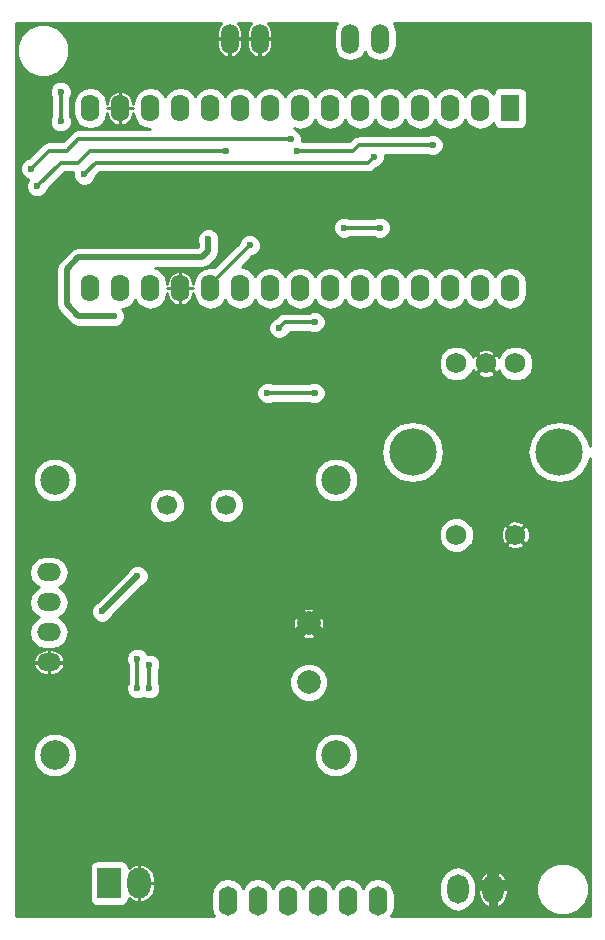
<source format=gbr>
G04 #@! TF.FileFunction,Copper,L2,Bot,Signal*
%FSLAX46Y46*%
G04 Gerber Fmt 4.6, Leading zero omitted, Abs format (unit mm)*
G04 Created by KiCad (PCBNEW 4.0.4-stable) date 08/18/21 08:25:54*
%MOMM*%
%LPD*%
G01*
G04 APERTURE LIST*
%ADD10C,0.100000*%
%ADD11R,1.574800X2.286000*%
%ADD12O,1.574800X2.286000*%
%ADD13O,1.520000X2.520000*%
%ADD14R,2.000000X2.600000*%
%ADD15O,2.000000X2.600000*%
%ADD16O,1.800000X2.500000*%
%ADD17O,1.600000X2.500000*%
%ADD18C,2.000000*%
%ADD19C,1.750000*%
%ADD20O,4.000000X4.000000*%
%ADD21O,2.000000X1.524000*%
%ADD22C,2.500000*%
%ADD23C,1.700000*%
%ADD24C,0.600000*%
%ADD25C,1.000000*%
%ADD26C,0.350000*%
%ADD27C,0.250000*%
%ADD28C,0.750000*%
%ADD29C,0.500000*%
%ADD30C,0.254000*%
G04 APERTURE END LIST*
D10*
D11*
X112550000Y-60880000D03*
D12*
X110010000Y-60880000D03*
X107470000Y-60880000D03*
X104930000Y-60880000D03*
X102390000Y-60880000D03*
X99850000Y-60880000D03*
X97310000Y-60880000D03*
X94770000Y-60880000D03*
X92230000Y-60880000D03*
X89690000Y-60880000D03*
X87150000Y-60880000D03*
X84610000Y-60880000D03*
X82070000Y-60880000D03*
X79530000Y-60880000D03*
X76990000Y-60880000D03*
X76990000Y-76120000D03*
X79530000Y-76120000D03*
X82070000Y-76120000D03*
X84610000Y-76120000D03*
X87150000Y-76120000D03*
X89690000Y-76120000D03*
X92230000Y-76120000D03*
X94770000Y-76120000D03*
X97310000Y-76120000D03*
X99850000Y-76120000D03*
X102390000Y-76120000D03*
X104930000Y-76120000D03*
X107470000Y-76120000D03*
X110010000Y-76120000D03*
X112550000Y-76120000D03*
D13*
X88800000Y-55000000D03*
X91340000Y-55000000D03*
X99000000Y-55000000D03*
X101540000Y-55000000D03*
D14*
X78600000Y-126500000D03*
D15*
X81140000Y-126500000D03*
D16*
X111100000Y-127000000D03*
X108100000Y-127000000D03*
D17*
X88640000Y-128000000D03*
X91180000Y-128000000D03*
X93720000Y-128000000D03*
X96260000Y-128000000D03*
X98800000Y-128000000D03*
X101340000Y-128000000D03*
D18*
X95500000Y-109500000D03*
X95500000Y-104500000D03*
D19*
X113000000Y-82500000D03*
X108000000Y-82500000D03*
X110500000Y-82500000D03*
X108000000Y-97000000D03*
X113000000Y-97000000D03*
D20*
X104300000Y-90000000D03*
X116700000Y-90000000D03*
D21*
X73500000Y-107810000D03*
X73500000Y-105270000D03*
X73500000Y-102730000D03*
X73500000Y-100190000D03*
D22*
X97800000Y-115650000D03*
X74000000Y-115650000D03*
X74000000Y-92350000D03*
X97800000Y-92350000D03*
D23*
X83500000Y-94500000D03*
X88500000Y-94500000D03*
D24*
X81500000Y-86500000D03*
X84650000Y-69000000D03*
X98000000Y-66750000D03*
X114000000Y-67000000D03*
X99500000Y-120500000D03*
X100500000Y-120500000D03*
X90500000Y-122000000D03*
X89000000Y-122000000D03*
X87000000Y-122000000D03*
X85500000Y-122000000D03*
X96000000Y-79000000D03*
X93000000Y-79500000D03*
X81000000Y-107500000D03*
X81000000Y-110000000D03*
X98500000Y-71000000D03*
X101500000Y-71000000D03*
X90500000Y-72500000D03*
X106000000Y-64000000D03*
X94500000Y-64500000D03*
X92000000Y-85000000D03*
X96000000Y-85000000D03*
X78000000Y-103500000D03*
X81000000Y-100500000D03*
X87000000Y-72000000D03*
X79000000Y-78500000D03*
X82000000Y-108000000D03*
X82000000Y-110000000D03*
X88500000Y-64500000D03*
X72500000Y-67500000D03*
X94000000Y-63500000D03*
X72000000Y-66000000D03*
X74500000Y-62000000D03*
X74500000Y-59500000D03*
X101000000Y-65000000D03*
X76500000Y-66500000D03*
D25*
X111100000Y-127000000D02*
X111100000Y-125100000D01*
X111100000Y-125100000D02*
X111000000Y-125000000D01*
X95500000Y-104500000D02*
X94250000Y-105750000D01*
X95500000Y-104500000D02*
X96750000Y-103250000D01*
X95500000Y-104500000D02*
X95250000Y-104500000D01*
X95500000Y-104500000D02*
X96500000Y-105500000D01*
X95500000Y-104500000D02*
X94500000Y-103500000D01*
D26*
X84650000Y-69000000D02*
X84500000Y-69000000D01*
X98000000Y-66750000D02*
X98000000Y-67000000D01*
X113000000Y-67000000D02*
X114000000Y-67000000D01*
D27*
X99500000Y-120500000D02*
X100500000Y-120500000D01*
X89000000Y-122000000D02*
X90500000Y-122000000D01*
X85500000Y-122000000D02*
X87000000Y-122000000D01*
D28*
X111100000Y-127000000D02*
X111100000Y-129000000D01*
X111100000Y-126600000D02*
X112200000Y-126600000D01*
X111100000Y-126600000D02*
X110000000Y-126600000D01*
D26*
X93500000Y-79000000D02*
X96000000Y-79000000D01*
X93000000Y-79500000D02*
X93500000Y-79000000D01*
X81000000Y-110000000D02*
X81000000Y-107500000D01*
X101500000Y-71000000D02*
X98500000Y-71000000D01*
X87150000Y-76120000D02*
X87150000Y-75850000D01*
X87150000Y-75850000D02*
X90500000Y-72500000D01*
X102000000Y-64000000D02*
X106000000Y-64000000D01*
X99750000Y-64000000D02*
X102000000Y-64000000D01*
X99250000Y-64500000D02*
X99750000Y-64000000D01*
X94500000Y-64500000D02*
X99250000Y-64500000D01*
X96000000Y-85000000D02*
X92000000Y-85000000D01*
D29*
X81000000Y-100500000D02*
X78000000Y-103500000D01*
X87000000Y-72000000D02*
X87000000Y-73000000D01*
X87000000Y-73000000D02*
X86500000Y-73500000D01*
X86500000Y-73500000D02*
X76000000Y-73500000D01*
X76000000Y-73500000D02*
X75000000Y-74500000D01*
X75000000Y-74500000D02*
X75000000Y-77500000D01*
X75000000Y-77500000D02*
X76000000Y-78500000D01*
X76000000Y-78500000D02*
X79000000Y-78500000D01*
D26*
X82000000Y-110000000D02*
X82000000Y-108000000D01*
X77000000Y-64500000D02*
X88500000Y-64500000D01*
X76000000Y-65500000D02*
X77000000Y-64500000D01*
X74500000Y-65500000D02*
X76000000Y-65500000D01*
X72500000Y-67500000D02*
X74500000Y-65500000D01*
X76000000Y-63500000D02*
X94000000Y-63500000D01*
X75000000Y-64500000D02*
X76000000Y-63500000D01*
X73500000Y-64500000D02*
X75000000Y-64500000D01*
X72000000Y-66000000D02*
X73500000Y-64500000D01*
X74500000Y-62000000D02*
X74500000Y-59500000D01*
X101540000Y-55540000D02*
X101540000Y-55000000D01*
D27*
X101540000Y-55540000D02*
X101540000Y-55000000D01*
D26*
X100500000Y-65500000D02*
X101000000Y-65000000D01*
X77500000Y-65500000D02*
X100500000Y-65500000D01*
X76500000Y-66500000D02*
X77500000Y-65500000D01*
D30*
G36*
X88047073Y-53711152D02*
X87802507Y-54059332D01*
X87709800Y-54474600D01*
X87709800Y-54974600D01*
X88774600Y-54974600D01*
X88774600Y-54954600D01*
X88825400Y-54954600D01*
X88825400Y-54974600D01*
X89890200Y-54974600D01*
X89890200Y-54474600D01*
X89797493Y-54059332D01*
X89552927Y-53711152D01*
X89551113Y-53710000D01*
X90588887Y-53710000D01*
X90587073Y-53711152D01*
X90342507Y-54059332D01*
X90249800Y-54474600D01*
X90249800Y-54974600D01*
X91314600Y-54974600D01*
X91314600Y-54954600D01*
X91365400Y-54954600D01*
X91365400Y-54974600D01*
X92430200Y-54974600D01*
X92430200Y-54474600D01*
X92337493Y-54059332D01*
X92092927Y-53711152D01*
X92091113Y-53710000D01*
X97857540Y-53710000D01*
X97711188Y-53929032D01*
X97605000Y-54462875D01*
X97605000Y-55537125D01*
X97711188Y-56070968D01*
X98013586Y-56523539D01*
X98466157Y-56825937D01*
X99000000Y-56932125D01*
X99533843Y-56825937D01*
X99986414Y-56523539D01*
X100270000Y-56099122D01*
X100553586Y-56523539D01*
X101006157Y-56825937D01*
X101540000Y-56932125D01*
X102073843Y-56825937D01*
X102526414Y-56523539D01*
X102828812Y-56070968D01*
X102935000Y-55537125D01*
X102935000Y-54462875D01*
X102828812Y-53929032D01*
X102682460Y-53710000D01*
X119290000Y-53710000D01*
X119290000Y-89514242D01*
X119186046Y-88991629D01*
X118614849Y-88136774D01*
X117759994Y-87565577D01*
X116751623Y-87365000D01*
X116648377Y-87365000D01*
X115640006Y-87565577D01*
X114785151Y-88136774D01*
X114213954Y-88991629D01*
X114013377Y-90000000D01*
X114213954Y-91008371D01*
X114785151Y-91863226D01*
X115640006Y-92434423D01*
X116648377Y-92635000D01*
X116751623Y-92635000D01*
X117759994Y-92434423D01*
X118614849Y-91863226D01*
X119186046Y-91008371D01*
X119290000Y-90485758D01*
X119290000Y-129290000D01*
X102496103Y-129290000D01*
X102665767Y-129036080D01*
X102775000Y-128486929D01*
X102775000Y-127513071D01*
X102665767Y-126963920D01*
X102431337Y-126613071D01*
X106565000Y-126613071D01*
X106565000Y-127386929D01*
X106681845Y-127974348D01*
X107014591Y-128472338D01*
X107512581Y-128805084D01*
X108100000Y-128921929D01*
X108687419Y-128805084D01*
X109185409Y-128472338D01*
X109518155Y-127974348D01*
X109635000Y-127386929D01*
X109635000Y-127025400D01*
X109869800Y-127025400D01*
X109869800Y-127375400D01*
X109973164Y-127844244D01*
X110248078Y-128237843D01*
X110652690Y-128496276D01*
X110882508Y-128560822D01*
X111074600Y-128497369D01*
X111074600Y-127025400D01*
X111125400Y-127025400D01*
X111125400Y-128497369D01*
X111317492Y-128560822D01*
X111547310Y-128496276D01*
X111951922Y-128237843D01*
X112226836Y-127844244D01*
X112315380Y-127442619D01*
X114764613Y-127442619D01*
X115104155Y-128264372D01*
X115732321Y-128893636D01*
X116553481Y-129234611D01*
X117442619Y-129235387D01*
X118264372Y-128895845D01*
X118893636Y-128267679D01*
X119234611Y-127446519D01*
X119235387Y-126557381D01*
X118895845Y-125735628D01*
X118267679Y-125106364D01*
X117446519Y-124765389D01*
X116557381Y-124764613D01*
X115735628Y-125104155D01*
X115106364Y-125732321D01*
X114765389Y-126553481D01*
X114764613Y-127442619D01*
X112315380Y-127442619D01*
X112330200Y-127375400D01*
X112330200Y-127025400D01*
X111125400Y-127025400D01*
X111074600Y-127025400D01*
X109869800Y-127025400D01*
X109635000Y-127025400D01*
X109635000Y-126624600D01*
X109869800Y-126624600D01*
X109869800Y-126974600D01*
X111074600Y-126974600D01*
X111074600Y-125502631D01*
X111125400Y-125502631D01*
X111125400Y-126974600D01*
X112330200Y-126974600D01*
X112330200Y-126624600D01*
X112226836Y-126155756D01*
X111951922Y-125762157D01*
X111547310Y-125503724D01*
X111317492Y-125439178D01*
X111125400Y-125502631D01*
X111074600Y-125502631D01*
X110882508Y-125439178D01*
X110652690Y-125503724D01*
X110248078Y-125762157D01*
X109973164Y-126155756D01*
X109869800Y-126624600D01*
X109635000Y-126624600D01*
X109635000Y-126613071D01*
X109518155Y-126025652D01*
X109185409Y-125527662D01*
X108687419Y-125194916D01*
X108100000Y-125078071D01*
X107512581Y-125194916D01*
X107014591Y-125527662D01*
X106681845Y-126025652D01*
X106565000Y-126613071D01*
X102431337Y-126613071D01*
X102354698Y-126498373D01*
X101889151Y-126187304D01*
X101340000Y-126078071D01*
X100790849Y-126187304D01*
X100325302Y-126498373D01*
X100070000Y-126880459D01*
X99814698Y-126498373D01*
X99349151Y-126187304D01*
X98800000Y-126078071D01*
X98250849Y-126187304D01*
X97785302Y-126498373D01*
X97530000Y-126880459D01*
X97274698Y-126498373D01*
X96809151Y-126187304D01*
X96260000Y-126078071D01*
X95710849Y-126187304D01*
X95245302Y-126498373D01*
X94990000Y-126880459D01*
X94734698Y-126498373D01*
X94269151Y-126187304D01*
X93720000Y-126078071D01*
X93170849Y-126187304D01*
X92705302Y-126498373D01*
X92450000Y-126880459D01*
X92194698Y-126498373D01*
X91729151Y-126187304D01*
X91180000Y-126078071D01*
X90630849Y-126187304D01*
X90165302Y-126498373D01*
X89910000Y-126880459D01*
X89654698Y-126498373D01*
X89189151Y-126187304D01*
X88640000Y-126078071D01*
X88090849Y-126187304D01*
X87625302Y-126498373D01*
X87314233Y-126963920D01*
X87205000Y-127513071D01*
X87205000Y-128486929D01*
X87314233Y-129036080D01*
X87483897Y-129290000D01*
X70710000Y-129290000D01*
X70710000Y-125200000D01*
X76952560Y-125200000D01*
X76952560Y-127800000D01*
X76996838Y-128035317D01*
X77135910Y-128251441D01*
X77348110Y-128396431D01*
X77600000Y-128447440D01*
X79600000Y-128447440D01*
X79835317Y-128403162D01*
X80051441Y-128264090D01*
X80196431Y-128051890D01*
X80247440Y-127800000D01*
X80247440Y-127777828D01*
X80654421Y-128038665D01*
X80906862Y-128109610D01*
X81114600Y-128047391D01*
X81114600Y-126525400D01*
X81165400Y-126525400D01*
X81165400Y-128047391D01*
X81373138Y-128109610D01*
X81625579Y-128038665D01*
X82062633Y-127758554D01*
X82359224Y-127332512D01*
X82470200Y-126825400D01*
X82470200Y-126525400D01*
X81165400Y-126525400D01*
X81114600Y-126525400D01*
X81094600Y-126525400D01*
X81094600Y-126474600D01*
X81114600Y-126474600D01*
X81114600Y-124952609D01*
X81165400Y-124952609D01*
X81165400Y-126474600D01*
X82470200Y-126474600D01*
X82470200Y-126174600D01*
X82359224Y-125667488D01*
X82062633Y-125241446D01*
X81625579Y-124961335D01*
X81373138Y-124890390D01*
X81165400Y-124952609D01*
X81114600Y-124952609D01*
X80906862Y-124890390D01*
X80654421Y-124961335D01*
X80247440Y-125222172D01*
X80247440Y-125200000D01*
X80203162Y-124964683D01*
X80064090Y-124748559D01*
X79851890Y-124603569D01*
X79600000Y-124552560D01*
X77600000Y-124552560D01*
X77364683Y-124596838D01*
X77148559Y-124735910D01*
X77003569Y-124948110D01*
X76952560Y-125200000D01*
X70710000Y-125200000D01*
X70710000Y-116023305D01*
X72114674Y-116023305D01*
X72401043Y-116716372D01*
X72930839Y-117247093D01*
X73623405Y-117534672D01*
X74373305Y-117535326D01*
X75066372Y-117248957D01*
X75597093Y-116719161D01*
X75884672Y-116026595D01*
X75884674Y-116023305D01*
X95914674Y-116023305D01*
X96201043Y-116716372D01*
X96730839Y-117247093D01*
X97423405Y-117534672D01*
X98173305Y-117535326D01*
X98866372Y-117248957D01*
X99397093Y-116719161D01*
X99684672Y-116026595D01*
X99685326Y-115276695D01*
X99398957Y-114583628D01*
X98869161Y-114052907D01*
X98176595Y-113765328D01*
X97426695Y-113764674D01*
X96733628Y-114051043D01*
X96202907Y-114580839D01*
X95915328Y-115273405D01*
X95914674Y-116023305D01*
X75884674Y-116023305D01*
X75885326Y-115276695D01*
X75598957Y-114583628D01*
X75069161Y-114052907D01*
X74376595Y-113765328D01*
X73626695Y-113764674D01*
X72933628Y-114051043D01*
X72402907Y-114580839D01*
X72115328Y-115273405D01*
X72114674Y-116023305D01*
X70710000Y-116023305D01*
X70710000Y-108005899D01*
X72187512Y-108005899D01*
X72243219Y-108204501D01*
X72471738Y-108564342D01*
X72820567Y-108809341D01*
X73236600Y-108902200D01*
X73474600Y-108902200D01*
X73474600Y-107835400D01*
X73525400Y-107835400D01*
X73525400Y-108902200D01*
X73763400Y-108902200D01*
X74179433Y-108809341D01*
X74528262Y-108564342D01*
X74756781Y-108204501D01*
X74812488Y-108005899D01*
X74747330Y-107835400D01*
X73525400Y-107835400D01*
X73474600Y-107835400D01*
X72252670Y-107835400D01*
X72187512Y-108005899D01*
X70710000Y-108005899D01*
X70710000Y-107614101D01*
X72187512Y-107614101D01*
X72252670Y-107784600D01*
X73474600Y-107784600D01*
X73474600Y-106717800D01*
X73525400Y-106717800D01*
X73525400Y-107784600D01*
X74747330Y-107784600D01*
X74785329Y-107685167D01*
X80064838Y-107685167D01*
X80190000Y-107988083D01*
X80190000Y-109512559D01*
X80065162Y-109813201D01*
X80064838Y-110185167D01*
X80206883Y-110528943D01*
X80469673Y-110792192D01*
X80813201Y-110934838D01*
X81185167Y-110935162D01*
X81500351Y-110804931D01*
X81813201Y-110934838D01*
X82185167Y-110935162D01*
X82528943Y-110793117D01*
X82792192Y-110530327D01*
X82934838Y-110186799D01*
X82935154Y-109823795D01*
X93864716Y-109823795D01*
X94113106Y-110424943D01*
X94572637Y-110885278D01*
X95173352Y-111134716D01*
X95823795Y-111135284D01*
X96424943Y-110886894D01*
X96885278Y-110427363D01*
X97134716Y-109826648D01*
X97135284Y-109176205D01*
X96886894Y-108575057D01*
X96427363Y-108114722D01*
X95826648Y-107865284D01*
X95176205Y-107864716D01*
X94575057Y-108113106D01*
X94114722Y-108572637D01*
X93865284Y-109173352D01*
X93864716Y-109823795D01*
X82935154Y-109823795D01*
X82935162Y-109814833D01*
X82810000Y-109511917D01*
X82810000Y-108487441D01*
X82934838Y-108186799D01*
X82935162Y-107814833D01*
X82793117Y-107471057D01*
X82530327Y-107207808D01*
X82186799Y-107065162D01*
X81831873Y-107064853D01*
X81793117Y-106971057D01*
X81530327Y-106707808D01*
X81186799Y-106565162D01*
X80814833Y-106564838D01*
X80471057Y-106706883D01*
X80207808Y-106969673D01*
X80065162Y-107313201D01*
X80064838Y-107685167D01*
X74785329Y-107685167D01*
X74812488Y-107614101D01*
X74756781Y-107415499D01*
X74528262Y-107055658D01*
X74179433Y-106810659D01*
X73763400Y-106717800D01*
X73525400Y-106717800D01*
X73474600Y-106717800D01*
X73236600Y-106717800D01*
X72820567Y-106810659D01*
X72471738Y-107055658D01*
X72243219Y-107415499D01*
X72187512Y-107614101D01*
X70710000Y-107614101D01*
X70710000Y-100190000D01*
X71832968Y-100190000D01*
X71939308Y-100724609D01*
X72242140Y-101177828D01*
X72664439Y-101460000D01*
X72242140Y-101742172D01*
X71939308Y-102195391D01*
X71832968Y-102730000D01*
X71939308Y-103264609D01*
X72242140Y-103717828D01*
X72664439Y-104000000D01*
X72242140Y-104282172D01*
X71939308Y-104735391D01*
X71832968Y-105270000D01*
X71939308Y-105804609D01*
X72242140Y-106257828D01*
X72695359Y-106560660D01*
X73229968Y-106667000D01*
X73770032Y-106667000D01*
X74304641Y-106560660D01*
X74757860Y-106257828D01*
X75060692Y-105804609D01*
X75137507Y-105418431D01*
X94617490Y-105418431D01*
X94723499Y-105611975D01*
X95208141Y-105824485D01*
X95737216Y-105835354D01*
X96230177Y-105642928D01*
X96276501Y-105611975D01*
X96382510Y-105418431D01*
X95500000Y-104535921D01*
X94617490Y-105418431D01*
X75137507Y-105418431D01*
X75167032Y-105270000D01*
X75061056Y-104737216D01*
X94164646Y-104737216D01*
X94357072Y-105230177D01*
X94388025Y-105276501D01*
X94581569Y-105382510D01*
X95464079Y-104500000D01*
X95535921Y-104500000D01*
X96418431Y-105382510D01*
X96611975Y-105276501D01*
X96824485Y-104791859D01*
X96835354Y-104262784D01*
X96642928Y-103769823D01*
X96611975Y-103723499D01*
X96418431Y-103617490D01*
X95535921Y-104500000D01*
X95464079Y-104500000D01*
X94581569Y-103617490D01*
X94388025Y-103723499D01*
X94175515Y-104208141D01*
X94164646Y-104737216D01*
X75061056Y-104737216D01*
X75060692Y-104735391D01*
X74757860Y-104282172D01*
X74335561Y-104000000D01*
X74757860Y-103717828D01*
X74779683Y-103685167D01*
X77064838Y-103685167D01*
X77206883Y-104028943D01*
X77469673Y-104292192D01*
X77813201Y-104434838D01*
X78185167Y-104435162D01*
X78528943Y-104293117D01*
X78792192Y-104030327D01*
X78842566Y-103909014D01*
X79170010Y-103581569D01*
X94617490Y-103581569D01*
X95500000Y-104464079D01*
X96382510Y-103581569D01*
X96276501Y-103388025D01*
X95791859Y-103175515D01*
X95262784Y-103164646D01*
X94769823Y-103357072D01*
X94723499Y-103388025D01*
X94617490Y-103581569D01*
X79170010Y-103581569D01*
X81408834Y-101342745D01*
X81528943Y-101293117D01*
X81792192Y-101030327D01*
X81934838Y-100686799D01*
X81935162Y-100314833D01*
X81793117Y-99971057D01*
X81530327Y-99707808D01*
X81186799Y-99565162D01*
X80814833Y-99564838D01*
X80471057Y-99706883D01*
X80207808Y-99969673D01*
X80157434Y-100090987D01*
X77591164Y-102657256D01*
X77471057Y-102706883D01*
X77207808Y-102969673D01*
X77065162Y-103313201D01*
X77064838Y-103685167D01*
X74779683Y-103685167D01*
X75060692Y-103264609D01*
X75167032Y-102730000D01*
X75060692Y-102195391D01*
X74757860Y-101742172D01*
X74335561Y-101460000D01*
X74757860Y-101177828D01*
X75060692Y-100724609D01*
X75167032Y-100190000D01*
X75060692Y-99655391D01*
X74757860Y-99202172D01*
X74304641Y-98899340D01*
X73770032Y-98793000D01*
X73229968Y-98793000D01*
X72695359Y-98899340D01*
X72242140Y-99202172D01*
X71939308Y-99655391D01*
X71832968Y-100190000D01*
X70710000Y-100190000D01*
X70710000Y-97299040D01*
X106489738Y-97299040D01*
X106719138Y-97854229D01*
X107143537Y-98279370D01*
X107698325Y-98509738D01*
X108299040Y-98510262D01*
X108854229Y-98280862D01*
X109279370Y-97856463D01*
X109291068Y-97828291D01*
X112207630Y-97828291D01*
X112298427Y-98008846D01*
X112737900Y-98200533D01*
X113217275Y-98209449D01*
X113663572Y-98034238D01*
X113701573Y-98008846D01*
X113792370Y-97828291D01*
X113000000Y-97035921D01*
X112207630Y-97828291D01*
X109291068Y-97828291D01*
X109509738Y-97301675D01*
X109509811Y-97217275D01*
X111790551Y-97217275D01*
X111965762Y-97663572D01*
X111991154Y-97701573D01*
X112171709Y-97792370D01*
X112964079Y-97000000D01*
X113035921Y-97000000D01*
X113828291Y-97792370D01*
X114008846Y-97701573D01*
X114200533Y-97262100D01*
X114209449Y-96782725D01*
X114034238Y-96336428D01*
X114008846Y-96298427D01*
X113828291Y-96207630D01*
X113035921Y-97000000D01*
X112964079Y-97000000D01*
X112171709Y-96207630D01*
X111991154Y-96298427D01*
X111799467Y-96737900D01*
X111790551Y-97217275D01*
X109509811Y-97217275D01*
X109510262Y-96700960D01*
X109291580Y-96171709D01*
X112207630Y-96171709D01*
X113000000Y-96964079D01*
X113792370Y-96171709D01*
X113701573Y-95991154D01*
X113262100Y-95799467D01*
X112782725Y-95790551D01*
X112336428Y-95965762D01*
X112298427Y-95991154D01*
X112207630Y-96171709D01*
X109291580Y-96171709D01*
X109280862Y-96145771D01*
X108856463Y-95720630D01*
X108301675Y-95490262D01*
X107700960Y-95489738D01*
X107145771Y-95719138D01*
X106720630Y-96143537D01*
X106490262Y-96698325D01*
X106489738Y-97299040D01*
X70710000Y-97299040D01*
X70710000Y-94794089D01*
X82014743Y-94794089D01*
X82240344Y-95340086D01*
X82657717Y-95758188D01*
X83203319Y-95984742D01*
X83794089Y-95985257D01*
X84340086Y-95759656D01*
X84758188Y-95342283D01*
X84984742Y-94796681D01*
X84984744Y-94794089D01*
X87014743Y-94794089D01*
X87240344Y-95340086D01*
X87657717Y-95758188D01*
X88203319Y-95984742D01*
X88794089Y-95985257D01*
X89340086Y-95759656D01*
X89758188Y-95342283D01*
X89984742Y-94796681D01*
X89985257Y-94205911D01*
X89759656Y-93659914D01*
X89342283Y-93241812D01*
X88796681Y-93015258D01*
X88205911Y-93014743D01*
X87659914Y-93240344D01*
X87241812Y-93657717D01*
X87015258Y-94203319D01*
X87014743Y-94794089D01*
X84984744Y-94794089D01*
X84985257Y-94205911D01*
X84759656Y-93659914D01*
X84342283Y-93241812D01*
X83796681Y-93015258D01*
X83205911Y-93014743D01*
X82659914Y-93240344D01*
X82241812Y-93657717D01*
X82015258Y-94203319D01*
X82014743Y-94794089D01*
X70710000Y-94794089D01*
X70710000Y-92723305D01*
X72114674Y-92723305D01*
X72401043Y-93416372D01*
X72930839Y-93947093D01*
X73623405Y-94234672D01*
X74373305Y-94235326D01*
X75066372Y-93948957D01*
X75597093Y-93419161D01*
X75884672Y-92726595D01*
X75884674Y-92723305D01*
X95914674Y-92723305D01*
X96201043Y-93416372D01*
X96730839Y-93947093D01*
X97423405Y-94234672D01*
X98173305Y-94235326D01*
X98866372Y-93948957D01*
X99397093Y-93419161D01*
X99684672Y-92726595D01*
X99685326Y-91976695D01*
X99398957Y-91283628D01*
X98869161Y-90752907D01*
X98176595Y-90465328D01*
X97426695Y-90464674D01*
X96733628Y-90751043D01*
X96202907Y-91280839D01*
X95915328Y-91973405D01*
X95914674Y-92723305D01*
X75884674Y-92723305D01*
X75885326Y-91976695D01*
X75598957Y-91283628D01*
X75069161Y-90752907D01*
X74376595Y-90465328D01*
X73626695Y-90464674D01*
X72933628Y-90751043D01*
X72402907Y-91280839D01*
X72115328Y-91973405D01*
X72114674Y-92723305D01*
X70710000Y-92723305D01*
X70710000Y-90000000D01*
X101613377Y-90000000D01*
X101813954Y-91008371D01*
X102385151Y-91863226D01*
X103240006Y-92434423D01*
X104248377Y-92635000D01*
X104351623Y-92635000D01*
X105359994Y-92434423D01*
X106214849Y-91863226D01*
X106786046Y-91008371D01*
X106986623Y-90000000D01*
X106786046Y-88991629D01*
X106214849Y-88136774D01*
X105359994Y-87565577D01*
X104351623Y-87365000D01*
X104248377Y-87365000D01*
X103240006Y-87565577D01*
X102385151Y-88136774D01*
X101813954Y-88991629D01*
X101613377Y-90000000D01*
X70710000Y-90000000D01*
X70710000Y-85185167D01*
X91064838Y-85185167D01*
X91206883Y-85528943D01*
X91469673Y-85792192D01*
X91813201Y-85934838D01*
X92185167Y-85935162D01*
X92488083Y-85810000D01*
X95512559Y-85810000D01*
X95813201Y-85934838D01*
X96185167Y-85935162D01*
X96528943Y-85793117D01*
X96792192Y-85530327D01*
X96934838Y-85186799D01*
X96935162Y-84814833D01*
X96793117Y-84471057D01*
X96530327Y-84207808D01*
X96186799Y-84065162D01*
X95814833Y-84064838D01*
X95511917Y-84190000D01*
X92487441Y-84190000D01*
X92186799Y-84065162D01*
X91814833Y-84064838D01*
X91471057Y-84206883D01*
X91207808Y-84469673D01*
X91065162Y-84813201D01*
X91064838Y-85185167D01*
X70710000Y-85185167D01*
X70710000Y-82799040D01*
X106489738Y-82799040D01*
X106719138Y-83354229D01*
X107143537Y-83779370D01*
X107698325Y-84009738D01*
X108299040Y-84010262D01*
X108854229Y-83780862D01*
X109279370Y-83356463D01*
X109291068Y-83328291D01*
X109707630Y-83328291D01*
X109798427Y-83508846D01*
X110237900Y-83700533D01*
X110717275Y-83709449D01*
X111163572Y-83534238D01*
X111201573Y-83508846D01*
X111292370Y-83328291D01*
X110500000Y-82535921D01*
X109707630Y-83328291D01*
X109291068Y-83328291D01*
X109414104Y-83031988D01*
X109465762Y-83163572D01*
X109491154Y-83201573D01*
X109671709Y-83292370D01*
X110464079Y-82500000D01*
X110535921Y-82500000D01*
X111328291Y-83292370D01*
X111508846Y-83201573D01*
X111584446Y-83028249D01*
X111719138Y-83354229D01*
X112143537Y-83779370D01*
X112698325Y-84009738D01*
X113299040Y-84010262D01*
X113854229Y-83780862D01*
X114279370Y-83356463D01*
X114509738Y-82801675D01*
X114510262Y-82200960D01*
X114280862Y-81645771D01*
X113856463Y-81220630D01*
X113301675Y-80990262D01*
X112700960Y-80989738D01*
X112145771Y-81219138D01*
X111720630Y-81643537D01*
X111585896Y-81968012D01*
X111534238Y-81836428D01*
X111508846Y-81798427D01*
X111328291Y-81707630D01*
X110535921Y-82500000D01*
X110464079Y-82500000D01*
X109671709Y-81707630D01*
X109491154Y-81798427D01*
X109415554Y-81971751D01*
X109291580Y-81671709D01*
X109707630Y-81671709D01*
X110500000Y-82464079D01*
X111292370Y-81671709D01*
X111201573Y-81491154D01*
X110762100Y-81299467D01*
X110282725Y-81290551D01*
X109836428Y-81465762D01*
X109798427Y-81491154D01*
X109707630Y-81671709D01*
X109291580Y-81671709D01*
X109280862Y-81645771D01*
X108856463Y-81220630D01*
X108301675Y-80990262D01*
X107700960Y-80989738D01*
X107145771Y-81219138D01*
X106720630Y-81643537D01*
X106490262Y-82198325D01*
X106489738Y-82799040D01*
X70710000Y-82799040D01*
X70710000Y-79685167D01*
X92064838Y-79685167D01*
X92206883Y-80028943D01*
X92469673Y-80292192D01*
X92813201Y-80434838D01*
X93185167Y-80435162D01*
X93528943Y-80293117D01*
X93792192Y-80030327D01*
X93883680Y-79810000D01*
X95512559Y-79810000D01*
X95813201Y-79934838D01*
X96185167Y-79935162D01*
X96528943Y-79793117D01*
X96792192Y-79530327D01*
X96934838Y-79186799D01*
X96935162Y-78814833D01*
X96793117Y-78471057D01*
X96530327Y-78207808D01*
X96186799Y-78065162D01*
X95814833Y-78064838D01*
X95511917Y-78190000D01*
X93500000Y-78190000D01*
X93327897Y-78224234D01*
X93190027Y-78251657D01*
X92927244Y-78427243D01*
X92771917Y-78582571D01*
X92471057Y-78706883D01*
X92207808Y-78969673D01*
X92065162Y-79313201D01*
X92064838Y-79685167D01*
X70710000Y-79685167D01*
X70710000Y-74500000D01*
X74114999Y-74500000D01*
X74115000Y-74500005D01*
X74115000Y-77499995D01*
X74114999Y-77500000D01*
X74151275Y-77682367D01*
X74182367Y-77838675D01*
X74333700Y-78065162D01*
X74374210Y-78125790D01*
X75374208Y-79125787D01*
X75374210Y-79125790D01*
X75566054Y-79253975D01*
X75661326Y-79317634D01*
X76000000Y-79385001D01*
X76000005Y-79385000D01*
X78693178Y-79385000D01*
X78813201Y-79434838D01*
X79185167Y-79435162D01*
X79528943Y-79293117D01*
X79792192Y-79030327D01*
X79934838Y-78686799D01*
X79935162Y-78314833D01*
X79793117Y-77971057D01*
X79717691Y-77895499D01*
X80074329Y-77824559D01*
X80535789Y-77516222D01*
X80800000Y-77120801D01*
X81064211Y-77516222D01*
X81525671Y-77824559D01*
X82070000Y-77932833D01*
X82614329Y-77824559D01*
X83075789Y-77516222D01*
X83384126Y-77054762D01*
X83492400Y-76510433D01*
X83492400Y-76501000D01*
X83587192Y-76926754D01*
X83837698Y-77283824D01*
X84205780Y-77517849D01*
X84410127Y-77575182D01*
X84584600Y-77510338D01*
X84584600Y-76145400D01*
X83492400Y-76145400D01*
X83492400Y-76094600D01*
X84584600Y-76094600D01*
X84584600Y-74729662D01*
X84635400Y-74729662D01*
X84635400Y-76094600D01*
X85727600Y-76094600D01*
X85727600Y-76145400D01*
X84635400Y-76145400D01*
X84635400Y-77510338D01*
X84809873Y-77575182D01*
X85014220Y-77517849D01*
X85382302Y-77283824D01*
X85632808Y-76926754D01*
X85727600Y-76501000D01*
X85727600Y-76510433D01*
X85835874Y-77054762D01*
X86144211Y-77516222D01*
X86605671Y-77824559D01*
X87150000Y-77932833D01*
X87694329Y-77824559D01*
X88155789Y-77516222D01*
X88420000Y-77120801D01*
X88684211Y-77516222D01*
X89145671Y-77824559D01*
X89690000Y-77932833D01*
X90234329Y-77824559D01*
X90695789Y-77516222D01*
X90960000Y-77120801D01*
X91224211Y-77516222D01*
X91685671Y-77824559D01*
X92230000Y-77932833D01*
X92774329Y-77824559D01*
X93235789Y-77516222D01*
X93500000Y-77120801D01*
X93764211Y-77516222D01*
X94225671Y-77824559D01*
X94770000Y-77932833D01*
X95314329Y-77824559D01*
X95775789Y-77516222D01*
X96040000Y-77120801D01*
X96304211Y-77516222D01*
X96765671Y-77824559D01*
X97310000Y-77932833D01*
X97854329Y-77824559D01*
X98315789Y-77516222D01*
X98580000Y-77120801D01*
X98844211Y-77516222D01*
X99305671Y-77824559D01*
X99850000Y-77932833D01*
X100394329Y-77824559D01*
X100855789Y-77516222D01*
X101120000Y-77120801D01*
X101384211Y-77516222D01*
X101845671Y-77824559D01*
X102390000Y-77932833D01*
X102934329Y-77824559D01*
X103395789Y-77516222D01*
X103660000Y-77120801D01*
X103924211Y-77516222D01*
X104385671Y-77824559D01*
X104930000Y-77932833D01*
X105474329Y-77824559D01*
X105935789Y-77516222D01*
X106200000Y-77120801D01*
X106464211Y-77516222D01*
X106925671Y-77824559D01*
X107470000Y-77932833D01*
X108014329Y-77824559D01*
X108475789Y-77516222D01*
X108740000Y-77120801D01*
X109004211Y-77516222D01*
X109465671Y-77824559D01*
X110010000Y-77932833D01*
X110554329Y-77824559D01*
X111015789Y-77516222D01*
X111280000Y-77120801D01*
X111544211Y-77516222D01*
X112005671Y-77824559D01*
X112550000Y-77932833D01*
X113094329Y-77824559D01*
X113555789Y-77516222D01*
X113864126Y-77054762D01*
X113972400Y-76510433D01*
X113972400Y-75729567D01*
X113864126Y-75185238D01*
X113555789Y-74723778D01*
X113094329Y-74415441D01*
X112550000Y-74307167D01*
X112005671Y-74415441D01*
X111544211Y-74723778D01*
X111280000Y-75119199D01*
X111015789Y-74723778D01*
X110554329Y-74415441D01*
X110010000Y-74307167D01*
X109465671Y-74415441D01*
X109004211Y-74723778D01*
X108740000Y-75119199D01*
X108475789Y-74723778D01*
X108014329Y-74415441D01*
X107470000Y-74307167D01*
X106925671Y-74415441D01*
X106464211Y-74723778D01*
X106200000Y-75119199D01*
X105935789Y-74723778D01*
X105474329Y-74415441D01*
X104930000Y-74307167D01*
X104385671Y-74415441D01*
X103924211Y-74723778D01*
X103660000Y-75119199D01*
X103395789Y-74723778D01*
X102934329Y-74415441D01*
X102390000Y-74307167D01*
X101845671Y-74415441D01*
X101384211Y-74723778D01*
X101120000Y-75119199D01*
X100855789Y-74723778D01*
X100394329Y-74415441D01*
X99850000Y-74307167D01*
X99305671Y-74415441D01*
X98844211Y-74723778D01*
X98580000Y-75119199D01*
X98315789Y-74723778D01*
X97854329Y-74415441D01*
X97310000Y-74307167D01*
X96765671Y-74415441D01*
X96304211Y-74723778D01*
X96040000Y-75119199D01*
X95775789Y-74723778D01*
X95314329Y-74415441D01*
X94770000Y-74307167D01*
X94225671Y-74415441D01*
X93764211Y-74723778D01*
X93500000Y-75119199D01*
X93235789Y-74723778D01*
X92774329Y-74415441D01*
X92230000Y-74307167D01*
X91685671Y-74415441D01*
X91224211Y-74723778D01*
X90960000Y-75119199D01*
X90695789Y-74723778D01*
X90234329Y-74415441D01*
X89813733Y-74331779D01*
X90728084Y-73417429D01*
X91028943Y-73293117D01*
X91292192Y-73030327D01*
X91434838Y-72686799D01*
X91435162Y-72314833D01*
X91293117Y-71971057D01*
X91030327Y-71707808D01*
X90686799Y-71565162D01*
X90314833Y-71564838D01*
X89971057Y-71706883D01*
X89707808Y-71969673D01*
X89582116Y-72272371D01*
X87481401Y-74373087D01*
X87150000Y-74307167D01*
X86605671Y-74415441D01*
X86144211Y-74723778D01*
X85835874Y-75185238D01*
X85727600Y-75729567D01*
X85727600Y-75739000D01*
X85632808Y-75313246D01*
X85382302Y-74956176D01*
X85014220Y-74722151D01*
X84809873Y-74664818D01*
X84635400Y-74729662D01*
X84584600Y-74729662D01*
X84410127Y-74664818D01*
X84205780Y-74722151D01*
X83837698Y-74956176D01*
X83587192Y-75313246D01*
X83492400Y-75739000D01*
X83492400Y-75729567D01*
X83384126Y-75185238D01*
X83075789Y-74723778D01*
X82614329Y-74415441D01*
X82461292Y-74385000D01*
X86499995Y-74385000D01*
X86500000Y-74385001D01*
X86782484Y-74328810D01*
X86838675Y-74317633D01*
X87125790Y-74125790D01*
X87125791Y-74125789D01*
X87625787Y-73625792D01*
X87625790Y-73625790D01*
X87817633Y-73338675D01*
X87828810Y-73282484D01*
X87885001Y-73000000D01*
X87885000Y-72999995D01*
X87885000Y-72306822D01*
X87934838Y-72186799D01*
X87935162Y-71814833D01*
X87793117Y-71471057D01*
X87530327Y-71207808D01*
X87475802Y-71185167D01*
X97564838Y-71185167D01*
X97706883Y-71528943D01*
X97969673Y-71792192D01*
X98313201Y-71934838D01*
X98685167Y-71935162D01*
X98988083Y-71810000D01*
X101012559Y-71810000D01*
X101313201Y-71934838D01*
X101685167Y-71935162D01*
X102028943Y-71793117D01*
X102292192Y-71530327D01*
X102434838Y-71186799D01*
X102435162Y-70814833D01*
X102293117Y-70471057D01*
X102030327Y-70207808D01*
X101686799Y-70065162D01*
X101314833Y-70064838D01*
X101011917Y-70190000D01*
X98987441Y-70190000D01*
X98686799Y-70065162D01*
X98314833Y-70064838D01*
X97971057Y-70206883D01*
X97707808Y-70469673D01*
X97565162Y-70813201D01*
X97564838Y-71185167D01*
X87475802Y-71185167D01*
X87186799Y-71065162D01*
X86814833Y-71064838D01*
X86471057Y-71206883D01*
X86207808Y-71469673D01*
X86065162Y-71813201D01*
X86064838Y-72185167D01*
X86115000Y-72306569D01*
X86115000Y-72615000D01*
X76000005Y-72615000D01*
X76000000Y-72614999D01*
X75661326Y-72682366D01*
X75661324Y-72682367D01*
X75661325Y-72682367D01*
X75374210Y-72874210D01*
X75374208Y-72874213D01*
X74374210Y-73874210D01*
X74182367Y-74161325D01*
X74182367Y-74161326D01*
X74114999Y-74500000D01*
X70710000Y-74500000D01*
X70710000Y-66185167D01*
X71064838Y-66185167D01*
X71206883Y-66528943D01*
X71469673Y-66792192D01*
X71763414Y-66914164D01*
X71707808Y-66969673D01*
X71565162Y-67313201D01*
X71564838Y-67685167D01*
X71706883Y-68028943D01*
X71969673Y-68292192D01*
X72313201Y-68434838D01*
X72685167Y-68435162D01*
X73028943Y-68293117D01*
X73292192Y-68030327D01*
X73417884Y-67727628D01*
X74835513Y-66310000D01*
X75566491Y-66310000D01*
X75565162Y-66313201D01*
X75564838Y-66685167D01*
X75706883Y-67028943D01*
X75969673Y-67292192D01*
X76313201Y-67434838D01*
X76685167Y-67435162D01*
X77028943Y-67293117D01*
X77292192Y-67030327D01*
X77417884Y-66727628D01*
X77835513Y-66310000D01*
X100500000Y-66310000D01*
X100809974Y-66248342D01*
X101072756Y-66072756D01*
X101228083Y-65917430D01*
X101528943Y-65793117D01*
X101792192Y-65530327D01*
X101934838Y-65186799D01*
X101935162Y-64814833D01*
X101933165Y-64810000D01*
X105512559Y-64810000D01*
X105813201Y-64934838D01*
X106185167Y-64935162D01*
X106528943Y-64793117D01*
X106792192Y-64530327D01*
X106934838Y-64186799D01*
X106935162Y-63814833D01*
X106793117Y-63471057D01*
X106530327Y-63207808D01*
X106186799Y-63065162D01*
X105814833Y-63064838D01*
X105511917Y-63190000D01*
X99750000Y-63190000D01*
X99577897Y-63224234D01*
X99440027Y-63251657D01*
X99177244Y-63427243D01*
X98914488Y-63690000D01*
X94987441Y-63690000D01*
X94934854Y-63668164D01*
X94935162Y-63314833D01*
X94793117Y-62971057D01*
X94530327Y-62707808D01*
X94240722Y-62587553D01*
X94770000Y-62692833D01*
X95314329Y-62584559D01*
X95775789Y-62276222D01*
X96040000Y-61880801D01*
X96304211Y-62276222D01*
X96765671Y-62584559D01*
X97310000Y-62692833D01*
X97854329Y-62584559D01*
X98315789Y-62276222D01*
X98580000Y-61880801D01*
X98844211Y-62276222D01*
X99305671Y-62584559D01*
X99850000Y-62692833D01*
X100394329Y-62584559D01*
X100855789Y-62276222D01*
X101120000Y-61880801D01*
X101384211Y-62276222D01*
X101845671Y-62584559D01*
X102390000Y-62692833D01*
X102934329Y-62584559D01*
X103395789Y-62276222D01*
X103660000Y-61880801D01*
X103924211Y-62276222D01*
X104385671Y-62584559D01*
X104930000Y-62692833D01*
X105474329Y-62584559D01*
X105935789Y-62276222D01*
X106200000Y-61880801D01*
X106464211Y-62276222D01*
X106925671Y-62584559D01*
X107470000Y-62692833D01*
X108014329Y-62584559D01*
X108475789Y-62276222D01*
X108740000Y-61880801D01*
X109004211Y-62276222D01*
X109465671Y-62584559D01*
X110010000Y-62692833D01*
X110554329Y-62584559D01*
X111015789Y-62276222D01*
X111130503Y-62104540D01*
X111159438Y-62258317D01*
X111298510Y-62474441D01*
X111510710Y-62619431D01*
X111762600Y-62670440D01*
X113337400Y-62670440D01*
X113572717Y-62626162D01*
X113788841Y-62487090D01*
X113933831Y-62274890D01*
X113984840Y-62023000D01*
X113984840Y-59737000D01*
X113940562Y-59501683D01*
X113801490Y-59285559D01*
X113589290Y-59140569D01*
X113337400Y-59089560D01*
X111762600Y-59089560D01*
X111527283Y-59133838D01*
X111311159Y-59272910D01*
X111166169Y-59485110D01*
X111131400Y-59656803D01*
X111015789Y-59483778D01*
X110554329Y-59175441D01*
X110010000Y-59067167D01*
X109465671Y-59175441D01*
X109004211Y-59483778D01*
X108740000Y-59879199D01*
X108475789Y-59483778D01*
X108014329Y-59175441D01*
X107470000Y-59067167D01*
X106925671Y-59175441D01*
X106464211Y-59483778D01*
X106200000Y-59879199D01*
X105935789Y-59483778D01*
X105474329Y-59175441D01*
X104930000Y-59067167D01*
X104385671Y-59175441D01*
X103924211Y-59483778D01*
X103660000Y-59879199D01*
X103395789Y-59483778D01*
X102934329Y-59175441D01*
X102390000Y-59067167D01*
X101845671Y-59175441D01*
X101384211Y-59483778D01*
X101120000Y-59879199D01*
X100855789Y-59483778D01*
X100394329Y-59175441D01*
X99850000Y-59067167D01*
X99305671Y-59175441D01*
X98844211Y-59483778D01*
X98580000Y-59879199D01*
X98315789Y-59483778D01*
X97854329Y-59175441D01*
X97310000Y-59067167D01*
X96765671Y-59175441D01*
X96304211Y-59483778D01*
X96040000Y-59879199D01*
X95775789Y-59483778D01*
X95314329Y-59175441D01*
X94770000Y-59067167D01*
X94225671Y-59175441D01*
X93764211Y-59483778D01*
X93500000Y-59879199D01*
X93235789Y-59483778D01*
X92774329Y-59175441D01*
X92230000Y-59067167D01*
X91685671Y-59175441D01*
X91224211Y-59483778D01*
X90960000Y-59879199D01*
X90695789Y-59483778D01*
X90234329Y-59175441D01*
X89690000Y-59067167D01*
X89145671Y-59175441D01*
X88684211Y-59483778D01*
X88420000Y-59879199D01*
X88155789Y-59483778D01*
X87694329Y-59175441D01*
X87150000Y-59067167D01*
X86605671Y-59175441D01*
X86144211Y-59483778D01*
X85880000Y-59879199D01*
X85615789Y-59483778D01*
X85154329Y-59175441D01*
X84610000Y-59067167D01*
X84065671Y-59175441D01*
X83604211Y-59483778D01*
X83340000Y-59879199D01*
X83075789Y-59483778D01*
X82614329Y-59175441D01*
X82070000Y-59067167D01*
X81525671Y-59175441D01*
X81064211Y-59483778D01*
X80755874Y-59945238D01*
X80647600Y-60489567D01*
X80647600Y-60499000D01*
X80552808Y-60073246D01*
X80302302Y-59716176D01*
X79934220Y-59482151D01*
X79729873Y-59424818D01*
X79555400Y-59489662D01*
X79555400Y-60854600D01*
X80647600Y-60854600D01*
X80647600Y-60905400D01*
X79555400Y-60905400D01*
X79555400Y-62270338D01*
X79729873Y-62335182D01*
X79934220Y-62277849D01*
X80302302Y-62043824D01*
X80552808Y-61686754D01*
X80647600Y-61261000D01*
X80647600Y-61270433D01*
X80755874Y-61814762D01*
X81064211Y-62276222D01*
X81525671Y-62584559D01*
X82055758Y-62690000D01*
X77004242Y-62690000D01*
X77534329Y-62584559D01*
X77995789Y-62276222D01*
X78304126Y-61814762D01*
X78412400Y-61270433D01*
X78412400Y-61261000D01*
X78507192Y-61686754D01*
X78757698Y-62043824D01*
X79125780Y-62277849D01*
X79330127Y-62335182D01*
X79504600Y-62270338D01*
X79504600Y-60905400D01*
X78412400Y-60905400D01*
X78412400Y-60854600D01*
X79504600Y-60854600D01*
X79504600Y-59489662D01*
X79330127Y-59424818D01*
X79125780Y-59482151D01*
X78757698Y-59716176D01*
X78507192Y-60073246D01*
X78412400Y-60499000D01*
X78412400Y-60489567D01*
X78304126Y-59945238D01*
X77995789Y-59483778D01*
X77534329Y-59175441D01*
X76990000Y-59067167D01*
X76445671Y-59175441D01*
X75984211Y-59483778D01*
X75675874Y-59945238D01*
X75567600Y-60489567D01*
X75567600Y-61270433D01*
X75675874Y-61814762D01*
X75984211Y-62276222D01*
X76445671Y-62584559D01*
X76975758Y-62690000D01*
X76000000Y-62690000D01*
X75690027Y-62751657D01*
X75427244Y-62927243D01*
X74664488Y-63690000D01*
X73500000Y-63690000D01*
X73190026Y-63751658D01*
X73058635Y-63839451D01*
X72927243Y-63927244D01*
X71771917Y-65082570D01*
X71471057Y-65206883D01*
X71207808Y-65469673D01*
X71065162Y-65813201D01*
X71064838Y-66185167D01*
X70710000Y-66185167D01*
X70710000Y-59685167D01*
X73564838Y-59685167D01*
X73690000Y-59988083D01*
X73690000Y-61512559D01*
X73565162Y-61813201D01*
X73564838Y-62185167D01*
X73706883Y-62528943D01*
X73969673Y-62792192D01*
X74313201Y-62934838D01*
X74685167Y-62935162D01*
X75028943Y-62793117D01*
X75292192Y-62530327D01*
X75434838Y-62186799D01*
X75435162Y-61814833D01*
X75310000Y-61511917D01*
X75310000Y-59987441D01*
X75434838Y-59686799D01*
X75435162Y-59314833D01*
X75293117Y-58971057D01*
X75030327Y-58707808D01*
X74686799Y-58565162D01*
X74314833Y-58564838D01*
X73971057Y-58706883D01*
X73707808Y-58969673D01*
X73565162Y-59313201D01*
X73564838Y-59685167D01*
X70710000Y-59685167D01*
X70710000Y-56442619D01*
X70764613Y-56442619D01*
X71104155Y-57264372D01*
X71732321Y-57893636D01*
X72553481Y-58234611D01*
X73442619Y-58235387D01*
X74264372Y-57895845D01*
X74893636Y-57267679D01*
X75234611Y-56446519D01*
X75235387Y-55557381D01*
X75015577Y-55025400D01*
X87709800Y-55025400D01*
X87709800Y-55525400D01*
X87802507Y-55940668D01*
X88047073Y-56288848D01*
X88406265Y-56516933D01*
X88604414Y-56572512D01*
X88774600Y-56507330D01*
X88774600Y-55025400D01*
X88825400Y-55025400D01*
X88825400Y-56507330D01*
X88995586Y-56572512D01*
X89193735Y-56516933D01*
X89552927Y-56288848D01*
X89797493Y-55940668D01*
X89890200Y-55525400D01*
X89890200Y-55025400D01*
X90249800Y-55025400D01*
X90249800Y-55525400D01*
X90342507Y-55940668D01*
X90587073Y-56288848D01*
X90946265Y-56516933D01*
X91144414Y-56572512D01*
X91314600Y-56507330D01*
X91314600Y-55025400D01*
X91365400Y-55025400D01*
X91365400Y-56507330D01*
X91535586Y-56572512D01*
X91733735Y-56516933D01*
X92092927Y-56288848D01*
X92337493Y-55940668D01*
X92430200Y-55525400D01*
X92430200Y-55025400D01*
X91365400Y-55025400D01*
X91314600Y-55025400D01*
X90249800Y-55025400D01*
X89890200Y-55025400D01*
X88825400Y-55025400D01*
X88774600Y-55025400D01*
X87709800Y-55025400D01*
X75015577Y-55025400D01*
X74895845Y-54735628D01*
X74267679Y-54106364D01*
X73446519Y-53765389D01*
X72557381Y-53764613D01*
X71735628Y-54104155D01*
X71106364Y-54732321D01*
X70765389Y-55553481D01*
X70764613Y-56442619D01*
X70710000Y-56442619D01*
X70710000Y-53710000D01*
X88048887Y-53710000D01*
X88047073Y-53711152D01*
X88047073Y-53711152D01*
G37*
X88047073Y-53711152D02*
X87802507Y-54059332D01*
X87709800Y-54474600D01*
X87709800Y-54974600D01*
X88774600Y-54974600D01*
X88774600Y-54954600D01*
X88825400Y-54954600D01*
X88825400Y-54974600D01*
X89890200Y-54974600D01*
X89890200Y-54474600D01*
X89797493Y-54059332D01*
X89552927Y-53711152D01*
X89551113Y-53710000D01*
X90588887Y-53710000D01*
X90587073Y-53711152D01*
X90342507Y-54059332D01*
X90249800Y-54474600D01*
X90249800Y-54974600D01*
X91314600Y-54974600D01*
X91314600Y-54954600D01*
X91365400Y-54954600D01*
X91365400Y-54974600D01*
X92430200Y-54974600D01*
X92430200Y-54474600D01*
X92337493Y-54059332D01*
X92092927Y-53711152D01*
X92091113Y-53710000D01*
X97857540Y-53710000D01*
X97711188Y-53929032D01*
X97605000Y-54462875D01*
X97605000Y-55537125D01*
X97711188Y-56070968D01*
X98013586Y-56523539D01*
X98466157Y-56825937D01*
X99000000Y-56932125D01*
X99533843Y-56825937D01*
X99986414Y-56523539D01*
X100270000Y-56099122D01*
X100553586Y-56523539D01*
X101006157Y-56825937D01*
X101540000Y-56932125D01*
X102073843Y-56825937D01*
X102526414Y-56523539D01*
X102828812Y-56070968D01*
X102935000Y-55537125D01*
X102935000Y-54462875D01*
X102828812Y-53929032D01*
X102682460Y-53710000D01*
X119290000Y-53710000D01*
X119290000Y-89514242D01*
X119186046Y-88991629D01*
X118614849Y-88136774D01*
X117759994Y-87565577D01*
X116751623Y-87365000D01*
X116648377Y-87365000D01*
X115640006Y-87565577D01*
X114785151Y-88136774D01*
X114213954Y-88991629D01*
X114013377Y-90000000D01*
X114213954Y-91008371D01*
X114785151Y-91863226D01*
X115640006Y-92434423D01*
X116648377Y-92635000D01*
X116751623Y-92635000D01*
X117759994Y-92434423D01*
X118614849Y-91863226D01*
X119186046Y-91008371D01*
X119290000Y-90485758D01*
X119290000Y-129290000D01*
X102496103Y-129290000D01*
X102665767Y-129036080D01*
X102775000Y-128486929D01*
X102775000Y-127513071D01*
X102665767Y-126963920D01*
X102431337Y-126613071D01*
X106565000Y-126613071D01*
X106565000Y-127386929D01*
X106681845Y-127974348D01*
X107014591Y-128472338D01*
X107512581Y-128805084D01*
X108100000Y-128921929D01*
X108687419Y-128805084D01*
X109185409Y-128472338D01*
X109518155Y-127974348D01*
X109635000Y-127386929D01*
X109635000Y-127025400D01*
X109869800Y-127025400D01*
X109869800Y-127375400D01*
X109973164Y-127844244D01*
X110248078Y-128237843D01*
X110652690Y-128496276D01*
X110882508Y-128560822D01*
X111074600Y-128497369D01*
X111074600Y-127025400D01*
X111125400Y-127025400D01*
X111125400Y-128497369D01*
X111317492Y-128560822D01*
X111547310Y-128496276D01*
X111951922Y-128237843D01*
X112226836Y-127844244D01*
X112315380Y-127442619D01*
X114764613Y-127442619D01*
X115104155Y-128264372D01*
X115732321Y-128893636D01*
X116553481Y-129234611D01*
X117442619Y-129235387D01*
X118264372Y-128895845D01*
X118893636Y-128267679D01*
X119234611Y-127446519D01*
X119235387Y-126557381D01*
X118895845Y-125735628D01*
X118267679Y-125106364D01*
X117446519Y-124765389D01*
X116557381Y-124764613D01*
X115735628Y-125104155D01*
X115106364Y-125732321D01*
X114765389Y-126553481D01*
X114764613Y-127442619D01*
X112315380Y-127442619D01*
X112330200Y-127375400D01*
X112330200Y-127025400D01*
X111125400Y-127025400D01*
X111074600Y-127025400D01*
X109869800Y-127025400D01*
X109635000Y-127025400D01*
X109635000Y-126624600D01*
X109869800Y-126624600D01*
X109869800Y-126974600D01*
X111074600Y-126974600D01*
X111074600Y-125502631D01*
X111125400Y-125502631D01*
X111125400Y-126974600D01*
X112330200Y-126974600D01*
X112330200Y-126624600D01*
X112226836Y-126155756D01*
X111951922Y-125762157D01*
X111547310Y-125503724D01*
X111317492Y-125439178D01*
X111125400Y-125502631D01*
X111074600Y-125502631D01*
X110882508Y-125439178D01*
X110652690Y-125503724D01*
X110248078Y-125762157D01*
X109973164Y-126155756D01*
X109869800Y-126624600D01*
X109635000Y-126624600D01*
X109635000Y-126613071D01*
X109518155Y-126025652D01*
X109185409Y-125527662D01*
X108687419Y-125194916D01*
X108100000Y-125078071D01*
X107512581Y-125194916D01*
X107014591Y-125527662D01*
X106681845Y-126025652D01*
X106565000Y-126613071D01*
X102431337Y-126613071D01*
X102354698Y-126498373D01*
X101889151Y-126187304D01*
X101340000Y-126078071D01*
X100790849Y-126187304D01*
X100325302Y-126498373D01*
X100070000Y-126880459D01*
X99814698Y-126498373D01*
X99349151Y-126187304D01*
X98800000Y-126078071D01*
X98250849Y-126187304D01*
X97785302Y-126498373D01*
X97530000Y-126880459D01*
X97274698Y-126498373D01*
X96809151Y-126187304D01*
X96260000Y-126078071D01*
X95710849Y-126187304D01*
X95245302Y-126498373D01*
X94990000Y-126880459D01*
X94734698Y-126498373D01*
X94269151Y-126187304D01*
X93720000Y-126078071D01*
X93170849Y-126187304D01*
X92705302Y-126498373D01*
X92450000Y-126880459D01*
X92194698Y-126498373D01*
X91729151Y-126187304D01*
X91180000Y-126078071D01*
X90630849Y-126187304D01*
X90165302Y-126498373D01*
X89910000Y-126880459D01*
X89654698Y-126498373D01*
X89189151Y-126187304D01*
X88640000Y-126078071D01*
X88090849Y-126187304D01*
X87625302Y-126498373D01*
X87314233Y-126963920D01*
X87205000Y-127513071D01*
X87205000Y-128486929D01*
X87314233Y-129036080D01*
X87483897Y-129290000D01*
X70710000Y-129290000D01*
X70710000Y-125200000D01*
X76952560Y-125200000D01*
X76952560Y-127800000D01*
X76996838Y-128035317D01*
X77135910Y-128251441D01*
X77348110Y-128396431D01*
X77600000Y-128447440D01*
X79600000Y-128447440D01*
X79835317Y-128403162D01*
X80051441Y-128264090D01*
X80196431Y-128051890D01*
X80247440Y-127800000D01*
X80247440Y-127777828D01*
X80654421Y-128038665D01*
X80906862Y-128109610D01*
X81114600Y-128047391D01*
X81114600Y-126525400D01*
X81165400Y-126525400D01*
X81165400Y-128047391D01*
X81373138Y-128109610D01*
X81625579Y-128038665D01*
X82062633Y-127758554D01*
X82359224Y-127332512D01*
X82470200Y-126825400D01*
X82470200Y-126525400D01*
X81165400Y-126525400D01*
X81114600Y-126525400D01*
X81094600Y-126525400D01*
X81094600Y-126474600D01*
X81114600Y-126474600D01*
X81114600Y-124952609D01*
X81165400Y-124952609D01*
X81165400Y-126474600D01*
X82470200Y-126474600D01*
X82470200Y-126174600D01*
X82359224Y-125667488D01*
X82062633Y-125241446D01*
X81625579Y-124961335D01*
X81373138Y-124890390D01*
X81165400Y-124952609D01*
X81114600Y-124952609D01*
X80906862Y-124890390D01*
X80654421Y-124961335D01*
X80247440Y-125222172D01*
X80247440Y-125200000D01*
X80203162Y-124964683D01*
X80064090Y-124748559D01*
X79851890Y-124603569D01*
X79600000Y-124552560D01*
X77600000Y-124552560D01*
X77364683Y-124596838D01*
X77148559Y-124735910D01*
X77003569Y-124948110D01*
X76952560Y-125200000D01*
X70710000Y-125200000D01*
X70710000Y-116023305D01*
X72114674Y-116023305D01*
X72401043Y-116716372D01*
X72930839Y-117247093D01*
X73623405Y-117534672D01*
X74373305Y-117535326D01*
X75066372Y-117248957D01*
X75597093Y-116719161D01*
X75884672Y-116026595D01*
X75884674Y-116023305D01*
X95914674Y-116023305D01*
X96201043Y-116716372D01*
X96730839Y-117247093D01*
X97423405Y-117534672D01*
X98173305Y-117535326D01*
X98866372Y-117248957D01*
X99397093Y-116719161D01*
X99684672Y-116026595D01*
X99685326Y-115276695D01*
X99398957Y-114583628D01*
X98869161Y-114052907D01*
X98176595Y-113765328D01*
X97426695Y-113764674D01*
X96733628Y-114051043D01*
X96202907Y-114580839D01*
X95915328Y-115273405D01*
X95914674Y-116023305D01*
X75884674Y-116023305D01*
X75885326Y-115276695D01*
X75598957Y-114583628D01*
X75069161Y-114052907D01*
X74376595Y-113765328D01*
X73626695Y-113764674D01*
X72933628Y-114051043D01*
X72402907Y-114580839D01*
X72115328Y-115273405D01*
X72114674Y-116023305D01*
X70710000Y-116023305D01*
X70710000Y-108005899D01*
X72187512Y-108005899D01*
X72243219Y-108204501D01*
X72471738Y-108564342D01*
X72820567Y-108809341D01*
X73236600Y-108902200D01*
X73474600Y-108902200D01*
X73474600Y-107835400D01*
X73525400Y-107835400D01*
X73525400Y-108902200D01*
X73763400Y-108902200D01*
X74179433Y-108809341D01*
X74528262Y-108564342D01*
X74756781Y-108204501D01*
X74812488Y-108005899D01*
X74747330Y-107835400D01*
X73525400Y-107835400D01*
X73474600Y-107835400D01*
X72252670Y-107835400D01*
X72187512Y-108005899D01*
X70710000Y-108005899D01*
X70710000Y-107614101D01*
X72187512Y-107614101D01*
X72252670Y-107784600D01*
X73474600Y-107784600D01*
X73474600Y-106717800D01*
X73525400Y-106717800D01*
X73525400Y-107784600D01*
X74747330Y-107784600D01*
X74785329Y-107685167D01*
X80064838Y-107685167D01*
X80190000Y-107988083D01*
X80190000Y-109512559D01*
X80065162Y-109813201D01*
X80064838Y-110185167D01*
X80206883Y-110528943D01*
X80469673Y-110792192D01*
X80813201Y-110934838D01*
X81185167Y-110935162D01*
X81500351Y-110804931D01*
X81813201Y-110934838D01*
X82185167Y-110935162D01*
X82528943Y-110793117D01*
X82792192Y-110530327D01*
X82934838Y-110186799D01*
X82935154Y-109823795D01*
X93864716Y-109823795D01*
X94113106Y-110424943D01*
X94572637Y-110885278D01*
X95173352Y-111134716D01*
X95823795Y-111135284D01*
X96424943Y-110886894D01*
X96885278Y-110427363D01*
X97134716Y-109826648D01*
X97135284Y-109176205D01*
X96886894Y-108575057D01*
X96427363Y-108114722D01*
X95826648Y-107865284D01*
X95176205Y-107864716D01*
X94575057Y-108113106D01*
X94114722Y-108572637D01*
X93865284Y-109173352D01*
X93864716Y-109823795D01*
X82935154Y-109823795D01*
X82935162Y-109814833D01*
X82810000Y-109511917D01*
X82810000Y-108487441D01*
X82934838Y-108186799D01*
X82935162Y-107814833D01*
X82793117Y-107471057D01*
X82530327Y-107207808D01*
X82186799Y-107065162D01*
X81831873Y-107064853D01*
X81793117Y-106971057D01*
X81530327Y-106707808D01*
X81186799Y-106565162D01*
X80814833Y-106564838D01*
X80471057Y-106706883D01*
X80207808Y-106969673D01*
X80065162Y-107313201D01*
X80064838Y-107685167D01*
X74785329Y-107685167D01*
X74812488Y-107614101D01*
X74756781Y-107415499D01*
X74528262Y-107055658D01*
X74179433Y-106810659D01*
X73763400Y-106717800D01*
X73525400Y-106717800D01*
X73474600Y-106717800D01*
X73236600Y-106717800D01*
X72820567Y-106810659D01*
X72471738Y-107055658D01*
X72243219Y-107415499D01*
X72187512Y-107614101D01*
X70710000Y-107614101D01*
X70710000Y-100190000D01*
X71832968Y-100190000D01*
X71939308Y-100724609D01*
X72242140Y-101177828D01*
X72664439Y-101460000D01*
X72242140Y-101742172D01*
X71939308Y-102195391D01*
X71832968Y-102730000D01*
X71939308Y-103264609D01*
X72242140Y-103717828D01*
X72664439Y-104000000D01*
X72242140Y-104282172D01*
X71939308Y-104735391D01*
X71832968Y-105270000D01*
X71939308Y-105804609D01*
X72242140Y-106257828D01*
X72695359Y-106560660D01*
X73229968Y-106667000D01*
X73770032Y-106667000D01*
X74304641Y-106560660D01*
X74757860Y-106257828D01*
X75060692Y-105804609D01*
X75137507Y-105418431D01*
X94617490Y-105418431D01*
X94723499Y-105611975D01*
X95208141Y-105824485D01*
X95737216Y-105835354D01*
X96230177Y-105642928D01*
X96276501Y-105611975D01*
X96382510Y-105418431D01*
X95500000Y-104535921D01*
X94617490Y-105418431D01*
X75137507Y-105418431D01*
X75167032Y-105270000D01*
X75061056Y-104737216D01*
X94164646Y-104737216D01*
X94357072Y-105230177D01*
X94388025Y-105276501D01*
X94581569Y-105382510D01*
X95464079Y-104500000D01*
X95535921Y-104500000D01*
X96418431Y-105382510D01*
X96611975Y-105276501D01*
X96824485Y-104791859D01*
X96835354Y-104262784D01*
X96642928Y-103769823D01*
X96611975Y-103723499D01*
X96418431Y-103617490D01*
X95535921Y-104500000D01*
X95464079Y-104500000D01*
X94581569Y-103617490D01*
X94388025Y-103723499D01*
X94175515Y-104208141D01*
X94164646Y-104737216D01*
X75061056Y-104737216D01*
X75060692Y-104735391D01*
X74757860Y-104282172D01*
X74335561Y-104000000D01*
X74757860Y-103717828D01*
X74779683Y-103685167D01*
X77064838Y-103685167D01*
X77206883Y-104028943D01*
X77469673Y-104292192D01*
X77813201Y-104434838D01*
X78185167Y-104435162D01*
X78528943Y-104293117D01*
X78792192Y-104030327D01*
X78842566Y-103909014D01*
X79170010Y-103581569D01*
X94617490Y-103581569D01*
X95500000Y-104464079D01*
X96382510Y-103581569D01*
X96276501Y-103388025D01*
X95791859Y-103175515D01*
X95262784Y-103164646D01*
X94769823Y-103357072D01*
X94723499Y-103388025D01*
X94617490Y-103581569D01*
X79170010Y-103581569D01*
X81408834Y-101342745D01*
X81528943Y-101293117D01*
X81792192Y-101030327D01*
X81934838Y-100686799D01*
X81935162Y-100314833D01*
X81793117Y-99971057D01*
X81530327Y-99707808D01*
X81186799Y-99565162D01*
X80814833Y-99564838D01*
X80471057Y-99706883D01*
X80207808Y-99969673D01*
X80157434Y-100090987D01*
X77591164Y-102657256D01*
X77471057Y-102706883D01*
X77207808Y-102969673D01*
X77065162Y-103313201D01*
X77064838Y-103685167D01*
X74779683Y-103685167D01*
X75060692Y-103264609D01*
X75167032Y-102730000D01*
X75060692Y-102195391D01*
X74757860Y-101742172D01*
X74335561Y-101460000D01*
X74757860Y-101177828D01*
X75060692Y-100724609D01*
X75167032Y-100190000D01*
X75060692Y-99655391D01*
X74757860Y-99202172D01*
X74304641Y-98899340D01*
X73770032Y-98793000D01*
X73229968Y-98793000D01*
X72695359Y-98899340D01*
X72242140Y-99202172D01*
X71939308Y-99655391D01*
X71832968Y-100190000D01*
X70710000Y-100190000D01*
X70710000Y-97299040D01*
X106489738Y-97299040D01*
X106719138Y-97854229D01*
X107143537Y-98279370D01*
X107698325Y-98509738D01*
X108299040Y-98510262D01*
X108854229Y-98280862D01*
X109279370Y-97856463D01*
X109291068Y-97828291D01*
X112207630Y-97828291D01*
X112298427Y-98008846D01*
X112737900Y-98200533D01*
X113217275Y-98209449D01*
X113663572Y-98034238D01*
X113701573Y-98008846D01*
X113792370Y-97828291D01*
X113000000Y-97035921D01*
X112207630Y-97828291D01*
X109291068Y-97828291D01*
X109509738Y-97301675D01*
X109509811Y-97217275D01*
X111790551Y-97217275D01*
X111965762Y-97663572D01*
X111991154Y-97701573D01*
X112171709Y-97792370D01*
X112964079Y-97000000D01*
X113035921Y-97000000D01*
X113828291Y-97792370D01*
X114008846Y-97701573D01*
X114200533Y-97262100D01*
X114209449Y-96782725D01*
X114034238Y-96336428D01*
X114008846Y-96298427D01*
X113828291Y-96207630D01*
X113035921Y-97000000D01*
X112964079Y-97000000D01*
X112171709Y-96207630D01*
X111991154Y-96298427D01*
X111799467Y-96737900D01*
X111790551Y-97217275D01*
X109509811Y-97217275D01*
X109510262Y-96700960D01*
X109291580Y-96171709D01*
X112207630Y-96171709D01*
X113000000Y-96964079D01*
X113792370Y-96171709D01*
X113701573Y-95991154D01*
X113262100Y-95799467D01*
X112782725Y-95790551D01*
X112336428Y-95965762D01*
X112298427Y-95991154D01*
X112207630Y-96171709D01*
X109291580Y-96171709D01*
X109280862Y-96145771D01*
X108856463Y-95720630D01*
X108301675Y-95490262D01*
X107700960Y-95489738D01*
X107145771Y-95719138D01*
X106720630Y-96143537D01*
X106490262Y-96698325D01*
X106489738Y-97299040D01*
X70710000Y-97299040D01*
X70710000Y-94794089D01*
X82014743Y-94794089D01*
X82240344Y-95340086D01*
X82657717Y-95758188D01*
X83203319Y-95984742D01*
X83794089Y-95985257D01*
X84340086Y-95759656D01*
X84758188Y-95342283D01*
X84984742Y-94796681D01*
X84984744Y-94794089D01*
X87014743Y-94794089D01*
X87240344Y-95340086D01*
X87657717Y-95758188D01*
X88203319Y-95984742D01*
X88794089Y-95985257D01*
X89340086Y-95759656D01*
X89758188Y-95342283D01*
X89984742Y-94796681D01*
X89985257Y-94205911D01*
X89759656Y-93659914D01*
X89342283Y-93241812D01*
X88796681Y-93015258D01*
X88205911Y-93014743D01*
X87659914Y-93240344D01*
X87241812Y-93657717D01*
X87015258Y-94203319D01*
X87014743Y-94794089D01*
X84984744Y-94794089D01*
X84985257Y-94205911D01*
X84759656Y-93659914D01*
X84342283Y-93241812D01*
X83796681Y-93015258D01*
X83205911Y-93014743D01*
X82659914Y-93240344D01*
X82241812Y-93657717D01*
X82015258Y-94203319D01*
X82014743Y-94794089D01*
X70710000Y-94794089D01*
X70710000Y-92723305D01*
X72114674Y-92723305D01*
X72401043Y-93416372D01*
X72930839Y-93947093D01*
X73623405Y-94234672D01*
X74373305Y-94235326D01*
X75066372Y-93948957D01*
X75597093Y-93419161D01*
X75884672Y-92726595D01*
X75884674Y-92723305D01*
X95914674Y-92723305D01*
X96201043Y-93416372D01*
X96730839Y-93947093D01*
X97423405Y-94234672D01*
X98173305Y-94235326D01*
X98866372Y-93948957D01*
X99397093Y-93419161D01*
X99684672Y-92726595D01*
X99685326Y-91976695D01*
X99398957Y-91283628D01*
X98869161Y-90752907D01*
X98176595Y-90465328D01*
X97426695Y-90464674D01*
X96733628Y-90751043D01*
X96202907Y-91280839D01*
X95915328Y-91973405D01*
X95914674Y-92723305D01*
X75884674Y-92723305D01*
X75885326Y-91976695D01*
X75598957Y-91283628D01*
X75069161Y-90752907D01*
X74376595Y-90465328D01*
X73626695Y-90464674D01*
X72933628Y-90751043D01*
X72402907Y-91280839D01*
X72115328Y-91973405D01*
X72114674Y-92723305D01*
X70710000Y-92723305D01*
X70710000Y-90000000D01*
X101613377Y-90000000D01*
X101813954Y-91008371D01*
X102385151Y-91863226D01*
X103240006Y-92434423D01*
X104248377Y-92635000D01*
X104351623Y-92635000D01*
X105359994Y-92434423D01*
X106214849Y-91863226D01*
X106786046Y-91008371D01*
X106986623Y-90000000D01*
X106786046Y-88991629D01*
X106214849Y-88136774D01*
X105359994Y-87565577D01*
X104351623Y-87365000D01*
X104248377Y-87365000D01*
X103240006Y-87565577D01*
X102385151Y-88136774D01*
X101813954Y-88991629D01*
X101613377Y-90000000D01*
X70710000Y-90000000D01*
X70710000Y-85185167D01*
X91064838Y-85185167D01*
X91206883Y-85528943D01*
X91469673Y-85792192D01*
X91813201Y-85934838D01*
X92185167Y-85935162D01*
X92488083Y-85810000D01*
X95512559Y-85810000D01*
X95813201Y-85934838D01*
X96185167Y-85935162D01*
X96528943Y-85793117D01*
X96792192Y-85530327D01*
X96934838Y-85186799D01*
X96935162Y-84814833D01*
X96793117Y-84471057D01*
X96530327Y-84207808D01*
X96186799Y-84065162D01*
X95814833Y-84064838D01*
X95511917Y-84190000D01*
X92487441Y-84190000D01*
X92186799Y-84065162D01*
X91814833Y-84064838D01*
X91471057Y-84206883D01*
X91207808Y-84469673D01*
X91065162Y-84813201D01*
X91064838Y-85185167D01*
X70710000Y-85185167D01*
X70710000Y-82799040D01*
X106489738Y-82799040D01*
X106719138Y-83354229D01*
X107143537Y-83779370D01*
X107698325Y-84009738D01*
X108299040Y-84010262D01*
X108854229Y-83780862D01*
X109279370Y-83356463D01*
X109291068Y-83328291D01*
X109707630Y-83328291D01*
X109798427Y-83508846D01*
X110237900Y-83700533D01*
X110717275Y-83709449D01*
X111163572Y-83534238D01*
X111201573Y-83508846D01*
X111292370Y-83328291D01*
X110500000Y-82535921D01*
X109707630Y-83328291D01*
X109291068Y-83328291D01*
X109414104Y-83031988D01*
X109465762Y-83163572D01*
X109491154Y-83201573D01*
X109671709Y-83292370D01*
X110464079Y-82500000D01*
X110535921Y-82500000D01*
X111328291Y-83292370D01*
X111508846Y-83201573D01*
X111584446Y-83028249D01*
X111719138Y-83354229D01*
X112143537Y-83779370D01*
X112698325Y-84009738D01*
X113299040Y-84010262D01*
X113854229Y-83780862D01*
X114279370Y-83356463D01*
X114509738Y-82801675D01*
X114510262Y-82200960D01*
X114280862Y-81645771D01*
X113856463Y-81220630D01*
X113301675Y-80990262D01*
X112700960Y-80989738D01*
X112145771Y-81219138D01*
X111720630Y-81643537D01*
X111585896Y-81968012D01*
X111534238Y-81836428D01*
X111508846Y-81798427D01*
X111328291Y-81707630D01*
X110535921Y-82500000D01*
X110464079Y-82500000D01*
X109671709Y-81707630D01*
X109491154Y-81798427D01*
X109415554Y-81971751D01*
X109291580Y-81671709D01*
X109707630Y-81671709D01*
X110500000Y-82464079D01*
X111292370Y-81671709D01*
X111201573Y-81491154D01*
X110762100Y-81299467D01*
X110282725Y-81290551D01*
X109836428Y-81465762D01*
X109798427Y-81491154D01*
X109707630Y-81671709D01*
X109291580Y-81671709D01*
X109280862Y-81645771D01*
X108856463Y-81220630D01*
X108301675Y-80990262D01*
X107700960Y-80989738D01*
X107145771Y-81219138D01*
X106720630Y-81643537D01*
X106490262Y-82198325D01*
X106489738Y-82799040D01*
X70710000Y-82799040D01*
X70710000Y-79685167D01*
X92064838Y-79685167D01*
X92206883Y-80028943D01*
X92469673Y-80292192D01*
X92813201Y-80434838D01*
X93185167Y-80435162D01*
X93528943Y-80293117D01*
X93792192Y-80030327D01*
X93883680Y-79810000D01*
X95512559Y-79810000D01*
X95813201Y-79934838D01*
X96185167Y-79935162D01*
X96528943Y-79793117D01*
X96792192Y-79530327D01*
X96934838Y-79186799D01*
X96935162Y-78814833D01*
X96793117Y-78471057D01*
X96530327Y-78207808D01*
X96186799Y-78065162D01*
X95814833Y-78064838D01*
X95511917Y-78190000D01*
X93500000Y-78190000D01*
X93327897Y-78224234D01*
X93190027Y-78251657D01*
X92927244Y-78427243D01*
X92771917Y-78582571D01*
X92471057Y-78706883D01*
X92207808Y-78969673D01*
X92065162Y-79313201D01*
X92064838Y-79685167D01*
X70710000Y-79685167D01*
X70710000Y-74500000D01*
X74114999Y-74500000D01*
X74115000Y-74500005D01*
X74115000Y-77499995D01*
X74114999Y-77500000D01*
X74151275Y-77682367D01*
X74182367Y-77838675D01*
X74333700Y-78065162D01*
X74374210Y-78125790D01*
X75374208Y-79125787D01*
X75374210Y-79125790D01*
X75566054Y-79253975D01*
X75661326Y-79317634D01*
X76000000Y-79385001D01*
X76000005Y-79385000D01*
X78693178Y-79385000D01*
X78813201Y-79434838D01*
X79185167Y-79435162D01*
X79528943Y-79293117D01*
X79792192Y-79030327D01*
X79934838Y-78686799D01*
X79935162Y-78314833D01*
X79793117Y-77971057D01*
X79717691Y-77895499D01*
X80074329Y-77824559D01*
X80535789Y-77516222D01*
X80800000Y-77120801D01*
X81064211Y-77516222D01*
X81525671Y-77824559D01*
X82070000Y-77932833D01*
X82614329Y-77824559D01*
X83075789Y-77516222D01*
X83384126Y-77054762D01*
X83492400Y-76510433D01*
X83492400Y-76501000D01*
X83587192Y-76926754D01*
X83837698Y-77283824D01*
X84205780Y-77517849D01*
X84410127Y-77575182D01*
X84584600Y-77510338D01*
X84584600Y-76145400D01*
X83492400Y-76145400D01*
X83492400Y-76094600D01*
X84584600Y-76094600D01*
X84584600Y-74729662D01*
X84635400Y-74729662D01*
X84635400Y-76094600D01*
X85727600Y-76094600D01*
X85727600Y-76145400D01*
X84635400Y-76145400D01*
X84635400Y-77510338D01*
X84809873Y-77575182D01*
X85014220Y-77517849D01*
X85382302Y-77283824D01*
X85632808Y-76926754D01*
X85727600Y-76501000D01*
X85727600Y-76510433D01*
X85835874Y-77054762D01*
X86144211Y-77516222D01*
X86605671Y-77824559D01*
X87150000Y-77932833D01*
X87694329Y-77824559D01*
X88155789Y-77516222D01*
X88420000Y-77120801D01*
X88684211Y-77516222D01*
X89145671Y-77824559D01*
X89690000Y-77932833D01*
X90234329Y-77824559D01*
X90695789Y-77516222D01*
X90960000Y-77120801D01*
X91224211Y-77516222D01*
X91685671Y-77824559D01*
X92230000Y-77932833D01*
X92774329Y-77824559D01*
X93235789Y-77516222D01*
X93500000Y-77120801D01*
X93764211Y-77516222D01*
X94225671Y-77824559D01*
X94770000Y-77932833D01*
X95314329Y-77824559D01*
X95775789Y-77516222D01*
X96040000Y-77120801D01*
X96304211Y-77516222D01*
X96765671Y-77824559D01*
X97310000Y-77932833D01*
X97854329Y-77824559D01*
X98315789Y-77516222D01*
X98580000Y-77120801D01*
X98844211Y-77516222D01*
X99305671Y-77824559D01*
X99850000Y-77932833D01*
X100394329Y-77824559D01*
X100855789Y-77516222D01*
X101120000Y-77120801D01*
X101384211Y-77516222D01*
X101845671Y-77824559D01*
X102390000Y-77932833D01*
X102934329Y-77824559D01*
X103395789Y-77516222D01*
X103660000Y-77120801D01*
X103924211Y-77516222D01*
X104385671Y-77824559D01*
X104930000Y-77932833D01*
X105474329Y-77824559D01*
X105935789Y-77516222D01*
X106200000Y-77120801D01*
X106464211Y-77516222D01*
X106925671Y-77824559D01*
X107470000Y-77932833D01*
X108014329Y-77824559D01*
X108475789Y-77516222D01*
X108740000Y-77120801D01*
X109004211Y-77516222D01*
X109465671Y-77824559D01*
X110010000Y-77932833D01*
X110554329Y-77824559D01*
X111015789Y-77516222D01*
X111280000Y-77120801D01*
X111544211Y-77516222D01*
X112005671Y-77824559D01*
X112550000Y-77932833D01*
X113094329Y-77824559D01*
X113555789Y-77516222D01*
X113864126Y-77054762D01*
X113972400Y-76510433D01*
X113972400Y-75729567D01*
X113864126Y-75185238D01*
X113555789Y-74723778D01*
X113094329Y-74415441D01*
X112550000Y-74307167D01*
X112005671Y-74415441D01*
X111544211Y-74723778D01*
X111280000Y-75119199D01*
X111015789Y-74723778D01*
X110554329Y-74415441D01*
X110010000Y-74307167D01*
X109465671Y-74415441D01*
X109004211Y-74723778D01*
X108740000Y-75119199D01*
X108475789Y-74723778D01*
X108014329Y-74415441D01*
X107470000Y-74307167D01*
X106925671Y-74415441D01*
X106464211Y-74723778D01*
X106200000Y-75119199D01*
X105935789Y-74723778D01*
X105474329Y-74415441D01*
X104930000Y-74307167D01*
X104385671Y-74415441D01*
X103924211Y-74723778D01*
X103660000Y-75119199D01*
X103395789Y-74723778D01*
X102934329Y-74415441D01*
X102390000Y-74307167D01*
X101845671Y-74415441D01*
X101384211Y-74723778D01*
X101120000Y-75119199D01*
X100855789Y-74723778D01*
X100394329Y-74415441D01*
X99850000Y-74307167D01*
X99305671Y-74415441D01*
X98844211Y-74723778D01*
X98580000Y-75119199D01*
X98315789Y-74723778D01*
X97854329Y-74415441D01*
X97310000Y-74307167D01*
X96765671Y-74415441D01*
X96304211Y-74723778D01*
X96040000Y-75119199D01*
X95775789Y-74723778D01*
X95314329Y-74415441D01*
X94770000Y-74307167D01*
X94225671Y-74415441D01*
X93764211Y-74723778D01*
X93500000Y-75119199D01*
X93235789Y-74723778D01*
X92774329Y-74415441D01*
X92230000Y-74307167D01*
X91685671Y-74415441D01*
X91224211Y-74723778D01*
X90960000Y-75119199D01*
X90695789Y-74723778D01*
X90234329Y-74415441D01*
X89813733Y-74331779D01*
X90728084Y-73417429D01*
X91028943Y-73293117D01*
X91292192Y-73030327D01*
X91434838Y-72686799D01*
X91435162Y-72314833D01*
X91293117Y-71971057D01*
X91030327Y-71707808D01*
X90686799Y-71565162D01*
X90314833Y-71564838D01*
X89971057Y-71706883D01*
X89707808Y-71969673D01*
X89582116Y-72272371D01*
X87481401Y-74373087D01*
X87150000Y-74307167D01*
X86605671Y-74415441D01*
X86144211Y-74723778D01*
X85835874Y-75185238D01*
X85727600Y-75729567D01*
X85727600Y-75739000D01*
X85632808Y-75313246D01*
X85382302Y-74956176D01*
X85014220Y-74722151D01*
X84809873Y-74664818D01*
X84635400Y-74729662D01*
X84584600Y-74729662D01*
X84410127Y-74664818D01*
X84205780Y-74722151D01*
X83837698Y-74956176D01*
X83587192Y-75313246D01*
X83492400Y-75739000D01*
X83492400Y-75729567D01*
X83384126Y-75185238D01*
X83075789Y-74723778D01*
X82614329Y-74415441D01*
X82461292Y-74385000D01*
X86499995Y-74385000D01*
X86500000Y-74385001D01*
X86782484Y-74328810D01*
X86838675Y-74317633D01*
X87125790Y-74125790D01*
X87125791Y-74125789D01*
X87625787Y-73625792D01*
X87625790Y-73625790D01*
X87817633Y-73338675D01*
X87828810Y-73282484D01*
X87885001Y-73000000D01*
X87885000Y-72999995D01*
X87885000Y-72306822D01*
X87934838Y-72186799D01*
X87935162Y-71814833D01*
X87793117Y-71471057D01*
X87530327Y-71207808D01*
X87475802Y-71185167D01*
X97564838Y-71185167D01*
X97706883Y-71528943D01*
X97969673Y-71792192D01*
X98313201Y-71934838D01*
X98685167Y-71935162D01*
X98988083Y-71810000D01*
X101012559Y-71810000D01*
X101313201Y-71934838D01*
X101685167Y-71935162D01*
X102028943Y-71793117D01*
X102292192Y-71530327D01*
X102434838Y-71186799D01*
X102435162Y-70814833D01*
X102293117Y-70471057D01*
X102030327Y-70207808D01*
X101686799Y-70065162D01*
X101314833Y-70064838D01*
X101011917Y-70190000D01*
X98987441Y-70190000D01*
X98686799Y-70065162D01*
X98314833Y-70064838D01*
X97971057Y-70206883D01*
X97707808Y-70469673D01*
X97565162Y-70813201D01*
X97564838Y-71185167D01*
X87475802Y-71185167D01*
X87186799Y-71065162D01*
X86814833Y-71064838D01*
X86471057Y-71206883D01*
X86207808Y-71469673D01*
X86065162Y-71813201D01*
X86064838Y-72185167D01*
X86115000Y-72306569D01*
X86115000Y-72615000D01*
X76000005Y-72615000D01*
X76000000Y-72614999D01*
X75661326Y-72682366D01*
X75661324Y-72682367D01*
X75661325Y-72682367D01*
X75374210Y-72874210D01*
X75374208Y-72874213D01*
X74374210Y-73874210D01*
X74182367Y-74161325D01*
X74182367Y-74161326D01*
X74114999Y-74500000D01*
X70710000Y-74500000D01*
X70710000Y-66185167D01*
X71064838Y-66185167D01*
X71206883Y-66528943D01*
X71469673Y-66792192D01*
X71763414Y-66914164D01*
X71707808Y-66969673D01*
X71565162Y-67313201D01*
X71564838Y-67685167D01*
X71706883Y-68028943D01*
X71969673Y-68292192D01*
X72313201Y-68434838D01*
X72685167Y-68435162D01*
X73028943Y-68293117D01*
X73292192Y-68030327D01*
X73417884Y-67727628D01*
X74835513Y-66310000D01*
X75566491Y-66310000D01*
X75565162Y-66313201D01*
X75564838Y-66685167D01*
X75706883Y-67028943D01*
X75969673Y-67292192D01*
X76313201Y-67434838D01*
X76685167Y-67435162D01*
X77028943Y-67293117D01*
X77292192Y-67030327D01*
X77417884Y-66727628D01*
X77835513Y-66310000D01*
X100500000Y-66310000D01*
X100809974Y-66248342D01*
X101072756Y-66072756D01*
X101228083Y-65917430D01*
X101528943Y-65793117D01*
X101792192Y-65530327D01*
X101934838Y-65186799D01*
X101935162Y-64814833D01*
X101933165Y-64810000D01*
X105512559Y-64810000D01*
X105813201Y-64934838D01*
X106185167Y-64935162D01*
X106528943Y-64793117D01*
X106792192Y-64530327D01*
X106934838Y-64186799D01*
X106935162Y-63814833D01*
X106793117Y-63471057D01*
X106530327Y-63207808D01*
X106186799Y-63065162D01*
X105814833Y-63064838D01*
X105511917Y-63190000D01*
X99750000Y-63190000D01*
X99577897Y-63224234D01*
X99440027Y-63251657D01*
X99177244Y-63427243D01*
X98914488Y-63690000D01*
X94987441Y-63690000D01*
X94934854Y-63668164D01*
X94935162Y-63314833D01*
X94793117Y-62971057D01*
X94530327Y-62707808D01*
X94240722Y-62587553D01*
X94770000Y-62692833D01*
X95314329Y-62584559D01*
X95775789Y-62276222D01*
X96040000Y-61880801D01*
X96304211Y-62276222D01*
X96765671Y-62584559D01*
X97310000Y-62692833D01*
X97854329Y-62584559D01*
X98315789Y-62276222D01*
X98580000Y-61880801D01*
X98844211Y-62276222D01*
X99305671Y-62584559D01*
X99850000Y-62692833D01*
X100394329Y-62584559D01*
X100855789Y-62276222D01*
X101120000Y-61880801D01*
X101384211Y-62276222D01*
X101845671Y-62584559D01*
X102390000Y-62692833D01*
X102934329Y-62584559D01*
X103395789Y-62276222D01*
X103660000Y-61880801D01*
X103924211Y-62276222D01*
X104385671Y-62584559D01*
X104930000Y-62692833D01*
X105474329Y-62584559D01*
X105935789Y-62276222D01*
X106200000Y-61880801D01*
X106464211Y-62276222D01*
X106925671Y-62584559D01*
X107470000Y-62692833D01*
X108014329Y-62584559D01*
X108475789Y-62276222D01*
X108740000Y-61880801D01*
X109004211Y-62276222D01*
X109465671Y-62584559D01*
X110010000Y-62692833D01*
X110554329Y-62584559D01*
X111015789Y-62276222D01*
X111130503Y-62104540D01*
X111159438Y-62258317D01*
X111298510Y-62474441D01*
X111510710Y-62619431D01*
X111762600Y-62670440D01*
X113337400Y-62670440D01*
X113572717Y-62626162D01*
X113788841Y-62487090D01*
X113933831Y-62274890D01*
X113984840Y-62023000D01*
X113984840Y-59737000D01*
X113940562Y-59501683D01*
X113801490Y-59285559D01*
X113589290Y-59140569D01*
X113337400Y-59089560D01*
X111762600Y-59089560D01*
X111527283Y-59133838D01*
X111311159Y-59272910D01*
X111166169Y-59485110D01*
X111131400Y-59656803D01*
X111015789Y-59483778D01*
X110554329Y-59175441D01*
X110010000Y-59067167D01*
X109465671Y-59175441D01*
X109004211Y-59483778D01*
X108740000Y-59879199D01*
X108475789Y-59483778D01*
X108014329Y-59175441D01*
X107470000Y-59067167D01*
X106925671Y-59175441D01*
X106464211Y-59483778D01*
X106200000Y-59879199D01*
X105935789Y-59483778D01*
X105474329Y-59175441D01*
X104930000Y-59067167D01*
X104385671Y-59175441D01*
X103924211Y-59483778D01*
X103660000Y-59879199D01*
X103395789Y-59483778D01*
X102934329Y-59175441D01*
X102390000Y-59067167D01*
X101845671Y-59175441D01*
X101384211Y-59483778D01*
X101120000Y-59879199D01*
X100855789Y-59483778D01*
X100394329Y-59175441D01*
X99850000Y-59067167D01*
X99305671Y-59175441D01*
X98844211Y-59483778D01*
X98580000Y-59879199D01*
X98315789Y-59483778D01*
X97854329Y-59175441D01*
X97310000Y-59067167D01*
X96765671Y-59175441D01*
X96304211Y-59483778D01*
X96040000Y-59879199D01*
X95775789Y-59483778D01*
X95314329Y-59175441D01*
X94770000Y-59067167D01*
X94225671Y-59175441D01*
X93764211Y-59483778D01*
X93500000Y-59879199D01*
X93235789Y-59483778D01*
X92774329Y-59175441D01*
X92230000Y-59067167D01*
X91685671Y-59175441D01*
X91224211Y-59483778D01*
X90960000Y-59879199D01*
X90695789Y-59483778D01*
X90234329Y-59175441D01*
X89690000Y-59067167D01*
X89145671Y-59175441D01*
X88684211Y-59483778D01*
X88420000Y-59879199D01*
X88155789Y-59483778D01*
X87694329Y-59175441D01*
X87150000Y-59067167D01*
X86605671Y-59175441D01*
X86144211Y-59483778D01*
X85880000Y-59879199D01*
X85615789Y-59483778D01*
X85154329Y-59175441D01*
X84610000Y-59067167D01*
X84065671Y-59175441D01*
X83604211Y-59483778D01*
X83340000Y-59879199D01*
X83075789Y-59483778D01*
X82614329Y-59175441D01*
X82070000Y-59067167D01*
X81525671Y-59175441D01*
X81064211Y-59483778D01*
X80755874Y-59945238D01*
X80647600Y-60489567D01*
X80647600Y-60499000D01*
X80552808Y-60073246D01*
X80302302Y-59716176D01*
X79934220Y-59482151D01*
X79729873Y-59424818D01*
X79555400Y-59489662D01*
X79555400Y-60854600D01*
X80647600Y-60854600D01*
X80647600Y-60905400D01*
X79555400Y-60905400D01*
X79555400Y-62270338D01*
X79729873Y-62335182D01*
X79934220Y-62277849D01*
X80302302Y-62043824D01*
X80552808Y-61686754D01*
X80647600Y-61261000D01*
X80647600Y-61270433D01*
X80755874Y-61814762D01*
X81064211Y-62276222D01*
X81525671Y-62584559D01*
X82055758Y-62690000D01*
X77004242Y-62690000D01*
X77534329Y-62584559D01*
X77995789Y-62276222D01*
X78304126Y-61814762D01*
X78412400Y-61270433D01*
X78412400Y-61261000D01*
X78507192Y-61686754D01*
X78757698Y-62043824D01*
X79125780Y-62277849D01*
X79330127Y-62335182D01*
X79504600Y-62270338D01*
X79504600Y-60905400D01*
X78412400Y-60905400D01*
X78412400Y-60854600D01*
X79504600Y-60854600D01*
X79504600Y-59489662D01*
X79330127Y-59424818D01*
X79125780Y-59482151D01*
X78757698Y-59716176D01*
X78507192Y-60073246D01*
X78412400Y-60499000D01*
X78412400Y-60489567D01*
X78304126Y-59945238D01*
X77995789Y-59483778D01*
X77534329Y-59175441D01*
X76990000Y-59067167D01*
X76445671Y-59175441D01*
X75984211Y-59483778D01*
X75675874Y-59945238D01*
X75567600Y-60489567D01*
X75567600Y-61270433D01*
X75675874Y-61814762D01*
X75984211Y-62276222D01*
X76445671Y-62584559D01*
X76975758Y-62690000D01*
X76000000Y-62690000D01*
X75690027Y-62751657D01*
X75427244Y-62927243D01*
X74664488Y-63690000D01*
X73500000Y-63690000D01*
X73190026Y-63751658D01*
X73058635Y-63839451D01*
X72927243Y-63927244D01*
X71771917Y-65082570D01*
X71471057Y-65206883D01*
X71207808Y-65469673D01*
X71065162Y-65813201D01*
X71064838Y-66185167D01*
X70710000Y-66185167D01*
X70710000Y-59685167D01*
X73564838Y-59685167D01*
X73690000Y-59988083D01*
X73690000Y-61512559D01*
X73565162Y-61813201D01*
X73564838Y-62185167D01*
X73706883Y-62528943D01*
X73969673Y-62792192D01*
X74313201Y-62934838D01*
X74685167Y-62935162D01*
X75028943Y-62793117D01*
X75292192Y-62530327D01*
X75434838Y-62186799D01*
X75435162Y-61814833D01*
X75310000Y-61511917D01*
X75310000Y-59987441D01*
X75434838Y-59686799D01*
X75435162Y-59314833D01*
X75293117Y-58971057D01*
X75030327Y-58707808D01*
X74686799Y-58565162D01*
X74314833Y-58564838D01*
X73971057Y-58706883D01*
X73707808Y-58969673D01*
X73565162Y-59313201D01*
X73564838Y-59685167D01*
X70710000Y-59685167D01*
X70710000Y-56442619D01*
X70764613Y-56442619D01*
X71104155Y-57264372D01*
X71732321Y-57893636D01*
X72553481Y-58234611D01*
X73442619Y-58235387D01*
X74264372Y-57895845D01*
X74893636Y-57267679D01*
X75234611Y-56446519D01*
X75235387Y-55557381D01*
X75015577Y-55025400D01*
X87709800Y-55025400D01*
X87709800Y-55525400D01*
X87802507Y-55940668D01*
X88047073Y-56288848D01*
X88406265Y-56516933D01*
X88604414Y-56572512D01*
X88774600Y-56507330D01*
X88774600Y-55025400D01*
X88825400Y-55025400D01*
X88825400Y-56507330D01*
X88995586Y-56572512D01*
X89193735Y-56516933D01*
X89552927Y-56288848D01*
X89797493Y-55940668D01*
X89890200Y-55525400D01*
X89890200Y-55025400D01*
X90249800Y-55025400D01*
X90249800Y-55525400D01*
X90342507Y-55940668D01*
X90587073Y-56288848D01*
X90946265Y-56516933D01*
X91144414Y-56572512D01*
X91314600Y-56507330D01*
X91314600Y-55025400D01*
X91365400Y-55025400D01*
X91365400Y-56507330D01*
X91535586Y-56572512D01*
X91733735Y-56516933D01*
X92092927Y-56288848D01*
X92337493Y-55940668D01*
X92430200Y-55525400D01*
X92430200Y-55025400D01*
X91365400Y-55025400D01*
X91314600Y-55025400D01*
X90249800Y-55025400D01*
X89890200Y-55025400D01*
X88825400Y-55025400D01*
X88774600Y-55025400D01*
X87709800Y-55025400D01*
X75015577Y-55025400D01*
X74895845Y-54735628D01*
X74267679Y-54106364D01*
X73446519Y-53765389D01*
X72557381Y-53764613D01*
X71735628Y-54104155D01*
X71106364Y-54732321D01*
X70765389Y-55553481D01*
X70764613Y-56442619D01*
X70710000Y-56442619D01*
X70710000Y-53710000D01*
X88048887Y-53710000D01*
X88047073Y-53711152D01*
M02*

</source>
